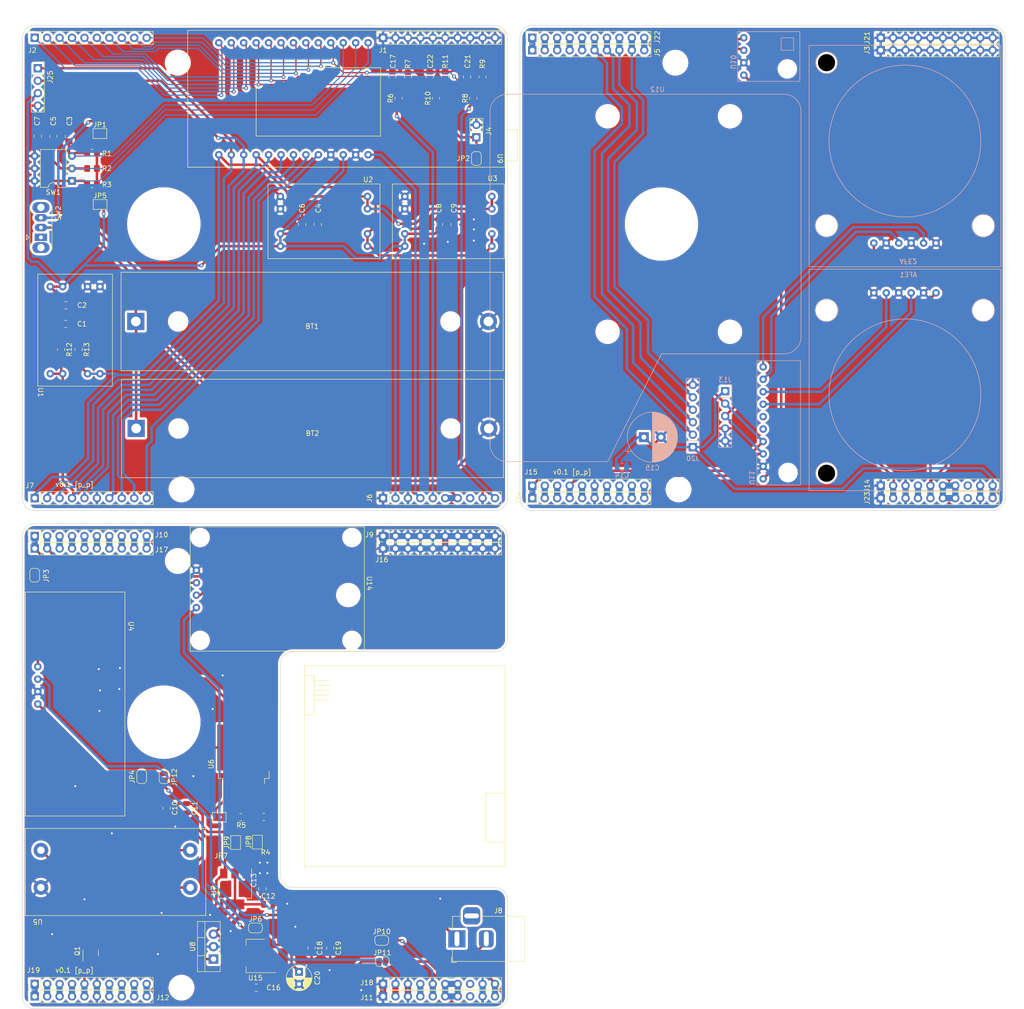
<source format=kicad_pcb>
(kicad_pcb (version 20211014) (generator pcbnew)
  (layers (0 "F.Cu" signal) (31 "B.Cu" signal) (34 "B.Paste" user) (35 "F.Paste" user) (36 "B.SilkS" user "B.Silkscreen") (37 "F.SilkS" user "F.Silkscreen") (38 "B.Mask" user) (39 "F.Mask" user) (44 "Edge.Cuts" user))
  (net 0 "")
  (net 1 "Battery_+")
  (net 2 "GND1")
  (net 3 "+3V3")
  (net 4 "JUMPER1")
  (net 5 "JUMPER2")
  (net 6 "JUMPER3")
  (net 7 "Net-(C10-Pad1)")
  (net 8 "OPC-N3-5V")
  (net 9 "UART_RX")
  (net 10 "UART_TX")
  (net 11 "RESET")
  (net 12 "ADC_BATT")
  (net 13 "SPI_CSK")
  (net 14 "SPI_MISO")
  (net 15 "SPI_MOSI")
  (net 16 "SPI_CS")
  (net 17 "I2C_SDA")
  (net 18 "UART_TXD")
  (net 19 "UART_RXD")
  (net 20 "I2C_SCL")
  (net 21 "5V_en")
  (net 22 "IO19")
  (net 23 "lora2")
  (net 24 "lora1")
  (net 25 "IO26")
  (net 26 "+5V")
  (net 27 "AFE-3.5V")
  (net 29 "Net-(J8-Pad1)")
  (net 30 "Net-(J8-Pad2)")
  (net 32 "Net-(BT1-Pad1)")
  (net 34 "Net-(JP1-Pad1)")
  (net 35 "Net-(JP8-Pad2)")
  (net 36 "Net-(JP9-Pad2)")
  (net 37 "Net-(Q1-Pad3)")
  (net 38 "GND3")
  (net 39 "Net-(AFE1-Pad2)")
  (net 40 "Net-(AFE1-Pad4)")
  (net 41 "Net-(AFE2-Pad2)")
  (net 42 "Net-(AFE2-Pad4)")
  (net 43 "Net-(C12-Pad1)")
  (net 48 "GND2")
  (net 49 "ADC_AFE")
  (net 50 "ADC_OPC-N3")
  (net 51 "Net-(U4-Pad1)")
  (net 52 "Net-(U5-Pad2)")
  (net 56 "Net-(R10-Pad1)")
  (net 57 "Net-(C16-Pad1)")
  (net 58 "Net-(JP7-Pad1)")
  (net 59 "Net-(C18-Pad1)")
  (footprint "Jumper:SolderJumper-2_P1.3mm_Open_RoundedPad1.0x1.5mm" (layer "F.Cu") (at 199.449 73.406 -90)
    (fp_text reference "JP2")
    (fp_text value "SolderJumper_2_Open" hide)
  )
  (footprint "Resistor_SMD:R_0805_2012Metric" (layer "F.Cu") (at 200.719 56.7455 90)
    (fp_text reference "R9")
    (fp_text value "100k")
  )
  (footprint "Connector_PinSocket_2.54mm:PinSocket_1x10_P2.54mm_Vertical" (layer "F.Cu") (at 109.279 150.495 90)
    (fp_text reference "J10")
    (fp_text value "Conn_01x10_Female")
  )
  (footprint "Package_TO_SOT_SMD:SOT-223-3_TabPin2" (layer "F.Cu") (at 150.173 222.529 -90)
    (fp_text reference "U7")
    (fp_text value "LD1117S50TR_SOT223" hide)
  )
  (footprint "Connector_PinSocket_2.54mm:PinSocket_1x02_P2.54mm_Vertical" (layer "F.Cu") (at 199.449 69.088 180)
    (fp_text reference "J4")
    (fp_text value "Batt_wire")
  )
  (footprint "city_node_footprints:SPS30" (layer "F.Cu") (at 187.384 197.665 -90)
    (fp_text reference "U13" hide)
    (fp_text value "SPS30")
  )
  (footprint "Package_TO_SOT_SMD:TO-263-5_TabPin3" (layer "F.Cu") (at 151.951 197.05 90)
    (fp_text reference "U6")
    (fp_text value "59151")
  )
  (footprint "Capacitor_SMD:C_0805_2012Metric_Pad1.18x1.45mm_HandSolder" (layer "F.Cu") (at 167.064 86.868 -90)
    (fp_text reference "C4")
    (fp_text value "C")
  )
  (footprint "Package_TO_SOT_SMD:SOT-23" (layer "F.Cu") (at 120.709 235.585 90)
    (fp_text reference "Q1")
    (fp_text value "Si2319CDS")
  )
  (footprint "Resistor_SMD:R_0805_2012Metric" (layer "F.Cu") (at 193.099 56.6655 90)
    (fp_text reference "R11")
    (fp_text value "100k")
  )
  (footprint "Capacitor_SMD:C_0805_2012Metric" (layer "F.Cu") (at 155.761 222.504 90)
    (fp_text reference "C13")
    (fp_text value "C")
  )
  (footprint "Resistor_SMD:R_0805_2012Metric" (layer "F.Cu") (at 118.237 112.4185 -90)
    (fp_text reference "R13")
    (fp_text value "10k")
  )
  (footprint "Connector_PinSocket_2.54mm:PinSocket_1x10_P2.54mm_Vertical" (layer "F.Cu") (at 180.399 244.475 90)
    (fp_text reference "J11")
    (fp_text value "Conn_01x10_Female" hide)
  )
  (footprint "Connector_PinSocket_2.54mm:PinSocket_1x10_P2.54mm_Vertical" (layer "F.Cu") (at 180.399 48.768 90)
    (fp_text reference "J1")
    (fp_text value "Conn_01x10_Female" hide)
  )
  (footprint "Connector_PinSocket_2.54mm:PinSocket_1x10_P2.54mm_Vertical" (layer "F.Cu") (at 281.999 51.308 90)
    (fp_text reference "J3")
    (fp_text value "Conn_01x10_Female")
  )
  (footprint "Resistor_SMD:R_0805_2012Metric" (layer "F.Cu") (at 191.194 61.1105 90)
    (fp_text reference "R10")
    (fp_text value "100k")
  )
  (footprint "city_node_footprints:MountingHole_4.3mm_M4" (layer "F.Cu") (at 138.489 155.575)
    (fp_text reference "H5" hide)
    (fp_text value "MountingHole")
  )
  (footprint "Connector_PinSocket_2.54mm:PinSocket_1x10_P2.54mm_Vertical" (layer "F.Cu") (at 109.279 153.035 90)
    (fp_text reference "J17")
    (fp_text value "Conn_01x10_Female")
  )
  (footprint "Resistor_SMD:R_0805_2012Metric_Pad1.20x1.40mm_HandSolder" (layer "F.Cu") (at 120.979 78.628 180)
    (fp_text reference "R3")
    (fp_text value "100k")
  )
  (footprint "Connector_PinSocket_2.54mm:PinSocket_1x10_P2.54mm_Vertical" (layer "F.Cu") (at 210.879 48.768 90)
    (fp_text reference "J22")
    (fp_text value "Conn_01x10_Female")
  )
  (footprint "Capacitor_SMD:C_0805_2012Metric_Pad1.18x1.45mm_HandSolder" (layer "F.Cu") (at 115.629 107.188 180)
    (fp_text reference "C1")
    (fp_text value "C")
  )
  (footprint "Connector_PinSocket_2.54mm:PinSocket_1x10_P2.54mm_Vertical" (layer "F.Cu") (at 109.279 142.748 90)
    (fp_text reference "J7")
    (fp_text value "Conn_01x10_Female")
  )
  (footprint "city_node_footprints:LILYGO-LORAWAN" (layer "F.Cu") (at 167.191 62.484 -90)
    (fp_text reference "U9")
    (fp_text value "LILYGO-lorawan")
  )
  (footprint "city_node_footprints:STEP_UP" (layer "F.Cu") (at 127.059 219.075 180)
    (fp_text reference "U5")
    (fp_text value "DC-DC")
  )
  (footprint "Connector_PinSocket_2.54mm:PinSocket_1x10_P2.54mm_Vertical" (layer "F.Cu") (at 109.279 241.935 90)
    (fp_text reference "J19")
    (fp_text value "Conn_01x10_Female" hide)
  )
  (footprint "Jumper:SolderJumper-2_P1.3mm_Open_RoundedPad1.0x1.5mm" (layer "F.Cu") (at 154.349 230.505)
    (fp_text reference "JP6")
    (fp_text value "SolderJumper_2_Open" hide)
  )
  (footprint "Connector_PinSocket_2.54mm:PinSocket_1x10_P2.54mm_Vertical" (layer "F.Cu") (at 109.279 48.768 90)
    (fp_text reference "J2")
    (fp_text value "Conn_01x10_Female")
  )
  (footprint "city_node_footprints:opc-n3-hole" (layer "F.Cu") (at 135.6442 188.4934)
    (fp_text reference "H8" hide)
    (fp_text value "MountingHole" hide)
  )
  (footprint "city_node_footprints:MountingHole_4.3mm_M4" (layer "F.Cu") (at 138.489 53.848)
    (fp_text reference "H3" hide)
    (fp_text value "MountingHole")
  )
  (footprint "Capacitor_SMD:C_0805_2012Metric" (layer "F.Cu") (at 169.604 234.63 -90)
    (fp_text reference "C19")
    (fp_text value "22u")
  )
  (footprint "city_node_footprints:MountingHole_4.3mm_M4" (layer "F.Cu") (at 139.251 140.97)
    (fp_text reference "H4" hide)
    (fp_text value "MountingHole")
  )
  (footprint "city_node_footprints:opc-n3-hole" (layer "F.Cu") (at 135.6442 86.7664)
    (fp_text reference "H7" hide)
    (fp_text value "MountingHole" hide)
  )
  (footprint "Capacitor_SMD:C_0805_2012Metric" (layer "F.Cu") (at 156.965 225.679)
    (fp_text reference "C12")
    (fp_text value "C")
  )
  (footprint "Jumper:SolderJumper-2_P1.3mm_Open_TrianglePad1.0x1.5mm" (layer "F.Cu") (at 150.3 213.069 90)
    (fp_text reference "JP9")
    (fp_text value "SolderJumper_2_Bridged" hide)
  )
  (footprint "Capacitor_SMD:C_0805_2012Metric" (layer "F.Cu") (at 189.924 56.703 90)
    (fp_text reference "C22")
    (fp_text value "10n")
  )
  (footprint "Capacitor_SMD:C_0805_2012Metric" (layer "F.Cu") (at 197.544 56.7455 90)
    (fp_text reference "C21")
    (fp_text value "10n")
  )
  (footprint "Connector_PinSocket_2.54mm:PinSocket_1x10_P2.54mm_Vertical" (layer "F.Cu") (at 109.279 244.475 90)
    (fp_text reference "J12")
    (fp_text value "Conn_01x10_Female" hide)
  )
  (footprint "Capacitor_SMD:C_0805_2012Metric" (layer "F.Cu") (at 182.304 56.708 90)
    (fp_text reference "C17")
    (fp_text value "10n")
  )
  (footprint "Capacitor_SMD:C_0805_2012Metric" (layer "F.Cu") (at 140.267 206.055 -90)
    (fp_text reference "C11")
    (fp_text value "C")
  )
  (footprint "city_node_footprints:DC-DC" (layer "F.Cu") (at 109.914 182.245 -90)
    (fp_text reference "U4")
    (fp_text value "MPPT")
  )
  (footprint "Resistor_SMD:R_0805_2012Metric" (layer "F.Cu") (at 156.0385 207.845 180)
    (fp_text reference "R4")
    (fp_text value "R")
  )
  (footprint "Connector_PinSocket_2.54mm:PinSocket_1x10_P2.54mm_Vertical" (layer "F.Cu") (at 210.879 142.748 90)
    (fp_text reference "J24")
    (fp_text value "Conn_01x10_Female")
  )
  (footprint "city_node_footprints:MountingHole_4.3mm_M4" (layer "F.Cu") (at 240.089 53.848)
    (fp_text reference "H1" hide)
    (fp_text value "MountingHole")
  )
  (footprint "Resistor_SMD:R_0805_2012Metric" (layer "F.Cu") (at 185.479 56.7455 90)
    (fp_text reference "R7")
    (fp_text value "100k")
  )
  (footprint "Jumper:SolderJumper-2_P1.3mm_Open_RoundedPad1.0x1.5mm" (layer "F.Cu") (at 180.13 233.045)
    (fp_text reference "JP10")
    (fp_text value "SolderJumper_2_Open")
  )
  (footprint "city_node_footprints:REVISION" (layer "F.Cu") (at 224.849 194.31)
    (fp_text reference "U16" hide)
    (fp_text value "REVISION" hide)
  )
  (footprint "city_node_footprints:MountingHole_4.3mm_M4" (layer "F.Cu") (at 240.724 140.97)
    (fp_text reference "H2" hide)
    (fp_text value "MountingHole")
  )
  (footprint "Capacitor_SMD:C_0805_2012Metric_Pad1.18x1.45mm_HandSolder" (layer "F.Cu") (at 109.914 68.8705 90)
    (fp_text reference "C7")
    (fp_text value "10n")
  )
  (footprint "Jumper:SolderJumper-2_P1.3mm_Open_RoundedPad1.0x1.5mm" (layer "F.Cu") (at 180.257 237.363)
    (fp_text reference "JP11")
    (fp_text value "SolderJumper_2_Open")
  )
  (footprint "Connector_PinSocket_2.54mm:PinSocket_1x10_P2.54mm_Vertical" (layer "F.Cu") (at 180.399 153.035 90)
    (fp_text reference "J16")
    (fp_text value "Conn_01x10_Female" hide)
  )
  (footprint "city_node_footprints:REVISION" (layer "F.Cu") (at 227.849 194.31)
    (fp_text reference "U17" hide)
    (fp_text value "REVISION" hide)
  )
  (footprint "Capacitor_SMD:C_0805_2012Metric_Pad1.18x1.45mm_HandSolder" (layer "F.Cu") (at 116.264 68.8705 90)
    (fp_text reference "C3")
    (fp_text value "10n")
  )
  (footprint "Package_DIP:DIP-6_W7.62mm" (layer "F.Cu") (at 116.889 77.978 180)
    (fp_text reference "SW1")
    (fp_text value "SW_DIP_x03")
  )
  (footprint "Resistor_SMD:R_0805_2012Metric" (layer "F.Cu") (at 198.814 61.1105 90)
    (fp_text reference "R8")
    (fp_text value "100k")
  )
  (footprint "Jumper:SolderJumper-2_P1.3mm_Open_RoundedPad1.0x1.5mm" (layer "F.Cu") (at 135.695 199.644 -90)
    (fp_text reference "JP12")
    (fp_text value "SolderJumper_2_Open")
  )
  (footprint "Capacitor_SMD:C_0805_2012Metric_Pad1.18x1.45mm_HandSolder" (layer "F.Cu") (at 113.089 68.8705 90)
    (fp_text reference "C5")
    (fp_text value "10n")
  )
  (footprint "Connector_PinSocket_2.54mm:PinSocket_1x10_P2.54mm_Vertical" (layer "F.Cu") (at 180.399 241.935 90)
    (fp_text reference "J18")
    (fp_text value "Conn_01x10_Female" hide)
  )
  (footprint "Battery:BatteryHolder_MPD_BH-18650-PC2" (layer "F.Cu") (at 129.921 106.68)
    (fp_text reference "BT1")
    (fp_text value "Battery_Cell")
  )
  (footprint "Resistor_SMD:R_0805_2012Metric" (layer "F.Cu") (at 114.681 112.4185 -90)
    (fp_text reference "R12")
    (fp_text value "10k")
  )
  (footprint "Jumper:SolderJumper-2_P1.3mm_Open_TrianglePad1.0x1.5mm" (layer "F.Cu") (at 146.9588 207.899)
    (fp_text reference "JP7")
    (fp_text value "SolderJumper_2_Bridged" hide)
  )
  (footprint "Battery:BatteryHolder_MPD_BH-18650-PC2" (layer "F.Cu") (at 129.989 128.524)
    (fp_text reference "BT2")
    (fp_text value "Battery_Cell")
  )
  (footprint "Connector_PinSocket_2.54mm:PinSocket_1x10_P2.54mm_Vertical" (layer "F.Cu") (at 281.999 48.768 90)
    (fp_text reference "J21")
    (fp_text value "Conn_01x10_Female")
  )
  (footprint "Capacitor_SMD:C_0805_2012Metric" (layer "F.Cu") (at 136.203 206.055 -90)
    (fp_text reference "C10")
    (fp_text value "C")
  )
  (footprint "Package_TO_SOT_THT:TO-220-3_Vertical" (layer "F.Cu") (at 145.784 236.855 90)
    (fp_text reference "U8")
    (fp_text value "LF50_TO220")
  )
  (footprint "Jumper:SolderJumper-2_P1.3mm_Bridged_Pad1.0x1.5mm" (layer "F.Cu") (at 122.599 68.326)
    (fp_text reference "JP1")
    (fp_text value "SolderJumper_2_Bridged" hide)
  )
  (footprint "Capacitor_SMD:C_0805_2012Metric" (layer "F.Cu") (at 165.794 234.63 -90)
    (fp_text reference "C18")
    (fp_text value "100n")
  )
  (footprint "Resistor_SMD:R_0805_2012Metric_Pad1.20x1.40mm_HandSolder" (layer "F.Cu") (at 120.979 72.278 180)
    (fp_text reference "R1")
    (fp_text value "100k")
  )
  (footprint "Capacitor_SMD:C_0805_2012Metric_Pad1.18x1.45mm_HandSolder" (layer "F.Cu") (at 195.004 86.868 -90)
    (fp_text reference "C9")
    (fp_text value "C")
  )
  (footprint "Resistor_SMD:R_0805_2012Metric" (layer "F.Cu") (at 183.574 61.1105 90)
    (fp_text reference "R6")
    (fp_text value "100k")
  )
  (footprint "Jumper:SolderJumper-2_P1.3mm_Open_RoundedPad1.0x1.5mm" (layer "F.Cu") (at 131.123 199.629 -90)
    (fp_text reference "JP4")
    (fp_text value "SolderJumper_2_Open" hide)
  )
  (footprint "Connector_PinSocket_2.54mm:PinSocket_1x10_P2.54mm_Vertical" (layer "F.Cu") (at 180.399 142.748 90)
    (fp_text reference "J6")
    (fp_text value "Conn_01x10_Female" hide)
  )
  (footprint "Capacitor_SMD:C_0805_2012Metric_Pad1.18x1.45mm_HandSolder" (layer "F.Cu") (at 163.889 86.868 -90)
    (fp_text reference "C6")
    (fp_text value "C")
  )
  (footprint "Resistor_SMD:R_0805_2012Metric" (layer "F.Cu") (at 151.3395 207.899)
    (fp_text reference "R5")
    (fp_text value "R")
  )
  (footprint "Button_Switch_THT:SW_Slide_1P2T_CK_OS102011MS2Q" (layer "F.Cu") (at 110.549 89.503 90)
    (fp_text reference "SW2")
    (fp_text value "SW_SPDT")
  )
  (footprint "Capacitor_SMD:C_0805_2012Metric_Pad1.18x1.45mm_HandSolder" (layer "F.Cu") (at 115.629 103.378 180)
    (fp_text reference "C2")
    (fp_text value "C")
  )
  (footprint "city_node_footprints:Sensor_module" (layer "F.Cu") (at 193.734 85.098)
    (fp_text reference "U3")
    (fp_text value "Sensor_socket")
  )
  (footprint "city_node_footprints:MountingHole_4.3mm_M4" (layer "F.Cu") (at 139.251 242.697)
    (fp_text reference "H6" hide)
    (fp_text value "MountingHole")
  )
  (footprint "city_node_footprints:Sensor_module" (layer "F.Cu") (at 168.334 85.098)
    (fp_text reference "U2")
    (fp_text value "Sensor_socket")
  )
  (footprint "city_node_footprints:NEO-6M-mod" (layer "F.Cu") (at 158.799 162.56 -90)
    (fp_text reference "U14")
    (fp_text value "NEO-6M")
  )
  (footprint "Jumper:SolderJumper-2_P1.3mm_Open_Pad1.0x1.5mm" (layer "F.Cu") (at 122.629 82.804)
    (fp_text reference "JP5")
    (fp_text value "SolderJumper_2_Open" hide)
  )
  (footprint "Resistor_SMD:R_0805_2012Metric_Pad1.20x1.40mm_HandSolder" (layer "F.Cu") (at 120.979 75.453 180)
    (fp_text reference "R2")
    (fp_text value "100k")
  )
  (footprint "city_node_footprints:Sensor_module" (layer "F.Cu") (at 118.669 108.458 -90)
    (fp_text reference "U1")
    (fp_text value "Sensor_socket")
  )
  (footprint "city_node_footprints:REVISION" (layer "F.Cu") (at 226.349 194.31)
    (fp_text reference "U18" hide)
    (fp_text value "REVISION" hide)
  )
  (footprint "Connector_PinSocket_2.54mm:PinSocket_1x10_P2.54mm_Vertical" (layer "F.Cu") (at 281.999 142.748 90)
    (fp_text reference "J23")
    (fp_text value "Conn_01x10_Female")
  )
  (footprint "Connector_PinSocket_2.54mm:PinSocket_1x04_P2.54mm_Vertical" (layer "F.Cu") (at 109.914 54.991)
    (fp_text reference "J25")
    (fp_text value "Conn_01x04_Female")
  )
  (footprint "Capacitor_SMD:C_0805_2012Metric_Pad1.18x1.45mm_HandSolder" (layer "F.Cu") (at 191.829 86.868 -90)
    (fp_text reference "C8")
    (fp_text value "C")
  )
  (footprint "Jumper:SolderJumper-2_P1.3mm_Open_TrianglePad1.0x1.5mm" (layer "F.Cu") (at 154.745 212.979 90)
    (fp_text reference "JP8")
    (fp_text value "SolderJumper_2_Bridged" hide)
  )
  (footprint "Connector_PinSocket_2.54mm:PinSocket_1x10_P2.54mm_Vertical" (layer "F.Cu") (at 281.999 140.183 90)
    (fp_text reference "J14")
    (fp_text value "Conn_01x10_Female" hide)
  )
  (footprint "Connector_PinSocket_2.54mm:PinSocket_1x10_P2.54mm_Vertical" (layer "F.Cu") (at 210.879 51.308 90)
    (fp_text reference "J5")
    (fp_text value "Conn_01x10_Female")
  )
  (footprint "Capacitor_THT:CP_Radial_D5.0mm_P2.50mm" (layer "F.Cu") (at 163.254 239.459888 -90)
    (fp_text reference "C20")
    (fp_text value "470u")
  )
  (footprint "Capacitor_SMD:C_0805_2012Metric" (layer "F.Cu") (at 154.491 242.697)
    (fp_text reference "C16")
    (fp_text value "100n")
  )
  (footprint "Package_TO_SOT_SMD:SOT-223" (layer "F.Cu") (at 154.339 236.22 180)
    (fp_text reference "U15")
    (fp_text value "XC6203P352FR-G_")
  )
  (footprint "Jumper:SolderJumper-2_P1.3mm_Open_RoundedPad1.0x1.5mm" (layer "F.Cu") (at 109.279 158.481 -90)
    (fp_text reference "JP3")
    (fp_text value "SolderJumper_2_Open" hide)
  )
  (footprint "Connector_BarrelJack:BarrelJack_Horizontal" (layer "F.Cu") (at 195.481 232.7325 180)
    (fp_text reference "J8")
    (fp_text value "Barrel_Jack_Switch" hide)
  )
  (footprint "Connector_PinSocket_2.54mm:PinSocket_1x10_P2.54mm_Vertical" (layer "F.Cu") (at 180.399 150.495 90)
    (fp_text reference "J9")
    (fp_text value "Conn_01x10_Female" hide)
  )
  (footprint "Connector_PinSocket_2.54mm:PinSocket_1x10_P2.54mm_Vertical" (layer "F.Cu") (at 210.879 140.208 90)
    (fp_text reference "J15")
    (fp_text value "Conn_01x10_Female")
  )
  (footprint "Capacitor_THT:CP_Radial_D10.0mm_P3.50mm" (layer "B.Cu") (at 233.645323 130.302)
    (fp_text reference "C15")
    (fp_text value "470u")
  )
  (footprint "Connector_PinHeader_2.54mm:PinHeader_1x05_P2.54mm_Vertical" (layer "B.Cu") (at 250.249 120.909 180)
    (fp_text reference "J13")
    (fp_text value "Conn_01x05_Female")
  )
  (footprint "city_node_footprints:Alphasense_AFE_6pin-LEFT" (layer "B.Cu") (at 286.952 90.678 180)
    (fp_text reference "AFE1")
    (fp_text value "Alphasense_AFE_6pin")
  )
  (footprint "city_node_footprints:opc-n3" (layer "B.Cu") (at 236.743 109.29 90)
    (fp_text reference "U12")
    (fp_text value "OPC_N3")
  )
  (footprint "city_node_footprints:Alphasense_AFE_6pin-RIGHT" (layer "B.Cu") (at 286.952 100.838)
    (fp_text reference "AFE2")
    (fp_text value "Alphasense_AFE_6pin")
  )
  (footprint "Capacitor_SMD:C_0805_2012Metric" (layer "B.Cu") (at 229.167 136.398)
    (fp_text reference "C14")
    (fp_text value "100n")
  )
  (footprint "city_node_footprints:ADS1115-module" (layer "B.Cu") (at 261.044 127.381 90)
    (fp_text reference "U11")
    (fp_text value "ADS1115_module")
  )
  (footprint "city_node_footprints:BME280-module" (layer "B.Cu") (at 254.059 51.308 90)
    (fp_text reference "U10")
    (fp_text value "BME280_module")
  )
  (footprint "Connector_PinHeader_2.54mm:PinHeader_1x06_P2.54mm_Vertical" (layer "B.Cu") (at 243.645 132.334)
    (fp_text reference "J20")
    (fp_text value "Conn_01x06_Female")
  )
  (gr_line (start 208.339 142.748) (end 208.339 48.768) (layer "Edge.Cuts") (width 0.1))
  (gr_arc (start 203.259 222.25) (mid 205.055051 222.993949) (end 205.799 224.79) (layer "Edge.Cuts") (width 0.1))
  (gr_line (start 205.799 142.748) (end 205.799 49.022) (layer "Edge.Cuts") (width 0.1))
  (gr_line (start 161.984 222.25) (end 203.259 222.25) (layer "Edge.Cuts") (width 0.1))
  (gr_arc (start 208.339 48.768) (mid 209.082949 46.971949) (end 210.879 46.228) (layer "Edge.Cuts") (width 0.1))
  (gr_arc (start 205.799 244.475) (mid 205.055051 246.271051) (end 203.259 247.015) (layer "Edge.Cuts") (width 0.1))
  (gr_line (start 304.859 145.288) (end 210.879 145.288) (layer "Edge.Cuts") (width 0.1))
  (gr_line (start 109.279 247.015) (end 203.259 247.015) (layer "Edge.Cuts") (width 0.1))
  (gr_line (start 203.005 46.228) (end 109.279 46.228) (layer "Edge.Cuts") (width 0.1))
  (gr_line (start 203.005 147.955) (end 109.279 147.955) (layer "Edge.Cuts") (width 0.1))
  (gr_line (start 210.879 46.228) (end 304.605 46.228) (layer "Edge.Cuts") (width 0.1))
  (gr_line (start 307.399 49.022) (end 307.399 142.748) (layer "Edge.Cuts") (width 0.1))
  (gr_arc (start 106.739 48.768) (mid 107.482949 46.971949) (end 109.279 46.228) (layer "Edge.Cuts") (width 0.1))
  (gr_line (start 205.799 150.749) (end 205.799 171.558949) (layer "Edge.Cuts") (width 0.1))
  (gr_arc (start 203.005 46.228) (mid 204.980656 47.046344) (end 205.799 49.022) (layer "Edge.Cuts") (width 0.1))
  (gr_line (start 106.739 150.495) (end 106.739 244.475) (layer "Edge.Cuts") (width 0.1))
  (gr_arc (start 159.444 176.638949) (mid 160.187949 174.842898) (end 161.984 174.098949) (layer "Edge.Cuts") (width 0.1))
  (gr_arc (start 307.399 142.748) (mid 306.655051 144.544051) (end 304.859 145.288) (layer "Edge.Cuts") (width 0.1))
  (gr_arc (start 161.984 222.25) (mid 160.187949 221.506051) (end 159.444 219.71) (layer "Edge.Cuts") (width 0.1))
  (gr_arc (start 304.605 46.228) (mid 306.580656 47.046344) (end 307.399 49.022) (layer "Edge.Cuts") (width 0.1))
  (gr_line (start 205.799 224.79) (end 205.799 244.475) (layer "Edge.Cuts") (width 0.1))
  (gr_arc (start 203.005 147.955) (mid 204.980656 148.773344) (end 205.799 150.749) (layer "Edge.Cuts") (width 0.1))
  (gr_arc (start 210.879 145.288) (mid 209.082949 144.544051) (end 208.339 142.748) (layer "Edge.Cuts") (width 0.1))
  (gr_arc (start 109.279 247.015) (mid 107.482949 246.271051) (end 106.739 244.475) (layer "Edge.Cuts") (width 0.1))
  (gr_arc (start 106.739 150.495) (mid 107.482949 148.698949) (end 109.279 147.955) (layer "Edge.Cuts") (width 0.1))
  (gr_line (start 159.444 176.638949) (end 159.444 219.71) (layer "Edge.Cuts") (width 0.1))
  (gr_arc (start 109.279 145.288) (mid 107.482949 144.544051) (end 106.739 142.748) (layer "Edge.Cuts") (width 0.1))
  (gr_line (start 109.279 145.288) (end 203.259 145.288) (layer "Edge.Cuts") (width 0.1))
  (gr_line (start 106.739 48.768) (end 106.739 142.748) (layer "Edge.Cuts") (width 0.1))
  (gr_arc (start 205.799 142.748) (mid 205.055051 144.544051) (end 203.259 145.288) (layer "Edge.Cuts") (width 0.1))
  (gr_arc (start 205.799 171.558949) (mid 205.055051 173.355) (end 203.259 174.098949) (layer "Edge.Cuts") (width 0.1))
  (gr_line (start 203.259 174.098949) (end 161.984 174.098949) (layer "Edge.Cuts") (width 0.1))
  (segment (start 121.979 65.786) (end 120.455 65.786) (width 0.508) (layer "F.Cu") (net 1))
  (segment (start 123.249 67.056) (end 121.979 65.786) (width 0.508) (layer "F.Cu") (net 1))
  (segment (start 197.544 100.203) (end 197.544 134.493) (width 0.508) (layer "F.Cu") (net 1))
  (segment (start 135.314 110.871) (end 135.314 101.346) (width 0.508) (layer "F.Cu") (net 1))
  (segment (start 199.449 75.184) (end 201.227 76.962) (width 0.508) (layer "F.Cu") (net 1))
  (segment (start 131.123 198.979) (end 124.108 198.979) (width 0.508) (layer "F.Cu") (net 1))
  (segment (start 193.988 139.192) (end 163.635 139.192) (width 0.508) (layer "F.Cu") (net 1))
  (segment (start 123.249 68.326) (end 123.249 67.056) (width 0.508) (layer "F.Cu") (net 1))
  (segment (start 193.988 139.192) (end 193.988 141.097) (width 0.508) (layer "F.Cu") (net 1))
  (segment (start 197.544 134.493) (end 193.988 138.049) (width 0.508) (layer "F.Cu") (net 1))
  (segment (start 135.314 101.346) (end 119.471 85.503) (width 0.508) (layer "F.Cu") (net 1))
  (segment (start 119.471 85.503) (end 110.549 85.503) (width 0.508) (layer "F.Cu") (net 1))
  (segment (start 202.751 76.962) (end 204.529 78.74) (width 0.508) (layer "F.Cu") (net 1))
  (segment (start 193.988 141.097) (end 195.639 142.748) (width 0.508) (layer "F.Cu") (net 1))
  (segment (start 204.529 78.74) (end 204.529 93.218) (width 0.508) (layer "F.Cu") (net 1))
  (segment (start 120.455 65.786) (end 120.201 66.04) (width 0.508) (layer "F.Cu") (net 1))
  (segment (start 163.635 139.192) (end 135.314 110.871) (width 0.508) (layer "F.Cu") (net 1))
  (segment (start 204.529 93.218) (end 197.544 100.203) (width 0.508) (layer "F.Cu") (net 1))
  (segment (start 201.227 76.962) (end 202.751 76.962) (width 0.508) (layer "F.Cu") (net 1))
  (segment (start 131.123 198.979) (end 135.68 198.979) (width 0.508) (layer "F.Cu") (net 1))
  (segment (start 124.108 198.979) (end 109.914 184.785) (width 0.508) (layer "F.Cu") (net 1))
  (segment (start 193.988 138.049) (end 193.988 139.192) (width 0.508) (layer "F.Cu") (net 1))
  (segment (start 199.449 74.056) (end 199.449 75.184) (width 0.508) (layer "F.Cu") (net 1))
  (segment (start 135.68 198.979) (end 135.695 198.994) (width 0.508) (layer "F.Cu") (net 1))
  (via (at 120.201 66.04) (size 0.8) (drill 0.4) (layers "F.Cu" "B.Cu") (net 1))
  (segment (start 193.099 241.935) (end 195.639 241.935) (width 1.27) (layer "B.Cu") (net 1))
  (segment (start 110.549 85.503) (end 113.438 85.503) (width 0.508) (layer "B.Cu") (net 1))
  (segment (start 297.239 140.183) (end 297.239 142.748) (width 1.27) (layer "B.Cu") (net 1))
  (segment (start 193.099 241.935) (end 193.099 244.475) (width 1.27) (layer "B.Cu") (net 1))
  (segment (start 294.699 142.748) (end 297.239 142.748) (width 1.27) (layer "B.Cu") (net 1))
  (segment (start 294.699 140.183) (end 294.699 142.748) (width 1.27) (layer "B.Cu") (net 1))
  (segment (start 114.105 72.136) (end 120.201 66.04) (width 0.508) (layer "B.Cu") (net 1))
  (segment (start 193.099 142.748) (end 195.639 142.748) (width 1.27) (layer "B.Cu") (net 1))
  (segment (start 113.438 85.503) (end 114.105 84.836) (width 0.508) (layer "B.Cu") (net 1))
  (segment (start 294.699 140.183) (end 297.239 140.183) (width 1.27) (layer "B.Cu") (net 1))
  (segment (start 114.105 84.836) (end 114.105 72.136) (width 0.508) (layer "B.Cu") (net 1))
  (segment (start 195.639 241.935) (end 195.639 244.475) (width 1.27) (layer "B.Cu") (net 1))
  (segment (start 195.639 244.475) (end 193.099 244.475) (width 1.27) (layer "B.Cu") (net 1))
  (segment (start 113.089 67.833) (end 109.914 67.833) (width 0.508) (layer "F.Cu") (net 2))
  (segment (start 116.264 67.833) (end 113.089 67.833) (width 0.508) (layer "F.Cu") (net 2))
  (segment (start 108.517 71.12) (end 108.517 68.58) (width 0.508) (layer "F.Cu") (net 2))
  (segment (start 108.517 68.58) (end 109.264 67.833) (width 0.508) (layer "F.Cu") (net 2))
  (segment (start 109.269 71.872) (end 108.517 71.12) (width 0.508) (layer "F.Cu") (net 2))
  (segment (start 109.269 72.898) (end 109.269 71.872) (width 0.508) (layer "F.Cu") (net 2))
  (segment (start 109.264 67.833) (end 109.914 67.833) (width 0.508) (layer "F.Cu") (net 2))
  (via (at 188.781 90.805) (size 0.8) (drill 0.4) (layers "F.Cu" "B.Cu") (net 2))
  (via (at 198.941 87.884) (size 0.8) (drill 0.4) (layers "F.Cu" "B.Cu") (net 2))
  (via (at 198.941 85.852) (size 0.8) (drill 0.4) (layers "F.Cu" "B.Cu") (net 2))
  (via (at 198.941 90.17) (size 0.8) (drill 0.4) (layers "F.Cu" "B.Cu") (net 2))
  (via (at 193.607 90.424) (size 0.8) (drill 0.4) (layers "F.Cu" "B.Cu") (net 2))
  (segment (start 163.0215 88.773) (end 163.889 87.9055) (width 0.508) (layer "F.Cu") (net 3))
  (segment (start 114.681 111.506) (end 114.681 107.2775) (width 0.508) (layer "F.Cu") (net 3))
  (segment (start 284.666 138.557) (end 284.666 140.056) (width 0.508) (layer "F.Cu") (net 3))
  (segment (start 163.889 87.9055) (end 167.064 87.9055) (width 0.508) (layer "F.Cu") (net 3))
  (segment (start 190.9615 88.773) (end 191.829 87.9055) (width 0.508) (layer "F.Cu") (net 3))
  (segment (start 258.004 138.811) (end 261.687 135.128) (width 0.508) (layer "F.Cu") (net 3))
  (segment (start 112.454 99.568) (end 114.5915 101.7055) (width 0.508) (layer "F.Cu") (net 3))
  (segment (start 159.444 88.773) (end 163.0215 88.773) (width 0.508) (layer "F.Cu") (net 3))
  (segment (start 114.681 111.506) (end 118.237 111.506) (width 0.508) (layer "F.Cu") (net 3))
  (segment (start 114.681 107.2775) (end 114.5915 107.188) (width 0.508) (layer "F.Cu") (net 3))
  (segment (start 281.237 135.128) (end 284.666 138.557) (width 0.508) (layer "F.Cu") (net 3))
  (segment (start 258.004 138.811) (end 261.679 135.136) (width 0.508) (layer "F.Cu") (net 3))
  (segment (start 159.444 91.313) (end 147.252 91.313) (width 0.508) (layer "F.Cu") (net 3))
  (segment (start 284.666 140.056) (end 284.539 140.183) (width 0.508) (layer "F.Cu") (net 3))
  (segment (start 191.829 87.9055) (end 195.004 87.9055) (width 0.508) (layer "F.Cu") (net 3))
  (segment (start 123.376 84.709) (end 123.376 82.901) (width 0.508) (layer "F.Cu") (net 3))
  (segment (start 261.679 135.136) (end 261.679 64.008) (width 0.508) (layer "F.Cu") (net 3))
  (segment (start 261.679 64.008) (end 254.059 56.388) (width 0.508) (layer "F.Cu") (net 3))
  (segment (start 114.5915 107.188) (end 114.5915 103.378) (width 0.508) (layer "F.Cu") (net 3))
  (segment (start 261.687 135.128) (end 281.237 135.128) (width 0.508) (layer "F.Cu") (net 3))
  (segment (start 147.252 91.313) (end 143.315 95.25) (width 0.508) (layer "F.Cu") (net 3))
  (segment (start 112.454 99.568) (end 114.994 99.568) (width 0.508) (layer "F.Cu") (net 3))
  (segment (start 182.939 241.935) (end 182.939 244.475) (width 1.27) (layer "F.Cu") (net 3))
  (segment (start 184.844 88.773) (end 190.9615 88.773) (width 0.508) (layer "F.Cu") (net 3))
  (segment (start 114.5915 101.7055) (end 114.5915 103.378) (width 0.508) (layer "F.Cu") (net 3))
  (segment (start 123.376 82.901) (end 123.279 82.804) (width 0.508) (layer "F.Cu") (net 3))
  (via (at 143.315 95.25) (size 0.8) (drill 0.4) (layers "F.Cu" "B.Cu") (net 3))
  (via (at 123.376 84.709) (size 0.8) (drill 0.4) (layers "F.Cu" "B.Cu") (net 3))
  (segment (start 174.811 93.726) (end 180.145 93.726) (width 0.508) (layer "B.Cu") (net 3))
  (segment (start 182.939 93.218) (end 184.844 91.313) (width 0.508) (layer "B.Cu") (net 3))
  (segment (start 108.136 61.849) (end 107.882 61.849) (width 0.508) (layer "B.Cu") (net 3))
  (segment (start 183.066 240.157) (end 179.891 236.982) (width 0.508) (layer "B.Cu") (net 3))
  (segment (start 157.0818 226.4918) (end 146.998 216.408) (width 0.508) (layer "B.Cu") (net 3))
  (segment (start 172.398 91.313) (end 174.811 93.726) (width 0.508) (layer "B.Cu") (net 3))
  (segment (start 182.558 91.313) (end 184.844 91.313) (width 0.508) (layer "B.Cu") (net 3))
  (segment (start 109.914 94.488) (end 108.644 94.488) (width 0.508) (layer "B.Cu") (net 3))
  (segment (start 157.9962 226.4918) (end 157.0818 226.4918) (width 0.508) (layer "B.Cu") (net 3))
  (segment (start 159.444 91.313) (end 172.398 91.313) (width 0.508) (layer "B.Cu") (net 3))
  (segment (start 146.998 216.408) (end 146.998 181.61) (width 0.508) (layer "B.Cu") (net 3))
  (segment (start 146.998 181.61) (end 139.759 174.371) (width 0.508) (layer "B.Cu") (net 3))
  (segment (start 119.312 95.25) (end 114.994 99.568) (width 0.508) (layer "B.Cu") (net 3))
  (segment (start 109.914 60.071) (end 108.136 61.849) (width 0.508) (layer "B.Cu") (net 3))
  (segment (start 184.844 88.773) (end 184.844 91.313) (width 0.508) (layer "B.Cu") (net 3))
  (segment (start 114.994 99.568) (end 109.914 94.488) (width 0.508) (layer "B.Cu") (net 3))
  (segment (start 157.9962 233.7562) (end 157.9962 226.4918) (width 0.508) (layer "B.Cu") (net 3))
  (segment (start 179.891 236.982) (end 161.222 236.982) (width 0.508) (layer "B.Cu") (net 3))
  (segment (start 180.145 93.726) (end 182.558 91.313) (width 0.508) (layer "B.Cu") (net 3))
  (segment (start 172.271 75.946) (end 159.444 88.773) (width 0.508) (layer "B.Cu") (net 3))
  (segment (start 182.939 244.5258) (end 182.939 244.475) (width 0.508) (layer "B.Cu") (net 3))
  (segment (start 139.759 174.371) (end 139.759 167.64) (width 0.508) (layer "B.Cu") (net 3))
  (segment (start 161.222 236.982) (end 157.9962 233.7562) (width 0.508) (layer "B.Cu") (net 3))
  (segment (start 172.271 72.644) (end 172.271 75.946) (width 0.508) (layer "B.Cu") (net 3))
  (segment (start 139.759 167.64) (end 142.299 165.1) (width 0.508) (layer "B.Cu") (net 3))
  (segment (start 182.939 142.748) (end 182.939 93.218) (width 0.508) (layer "B.Cu") (net 3))
  (segment (start 107.882 61.849) (end 107.882 93.726) (width 0.508) (layer "B.Cu") (net 3))
  (segment (start 183.066 241.808) (end 183.066 240.157) (width 0.508) (layer "B.Cu") (net 3))
  (segment (start 284.539 140.183) (end 284.539 142.748) (width 1.27) (layer "B.Cu") (net 3))
  (segment (start 182.939 241.935) (end 183.066 241.808) (width 0.508) (layer "B.Cu") (net 3))
  (segment (start 143.315 95.25) (end 119.312 95.25) (width 0.508) (layer "B.Cu") (net 3))
  (segment (start 107.882 93.726) (end 108.644 94.488) (width 0.508) (layer "B.Cu") (net 3))
  (segment (start 114.994 99.568) (end 123.376 91.186) (width 0.508) (layer "B.Cu") (net 3))
  (segment (start 159.444 88.773) (end 159.444 91.313) (width 0.508) (layer "B.Cu") (net 3))
  (segment (start 123.376 91.186) (end 123.376 84.709) (width 0.508) (layer "B.Cu") (net 3))
  (segment (start 116.264 69.908) (end 116.264 72.273) (width 0.508) (layer "F.Cu") (net 4))
  (segment (start 116.264 72.273) (end 116.889 72.898) (width 0.508) (layer "F.Cu") (net 4))
  (segment (start 119.979 72.278) (end 117.509 72.278) (width 0.508) (layer "F.Cu") (net 4))
  (segment (start 117.509 72.278) (end 116.889 72.898) (width 0.508) (layer "F.Cu") (net 4))
  (segment (start 172.271 56.134) (end 172.271 49.784) (width 0.254) (layer "B.Cu") (net 4))
  (segment (start 116.889 72.898) (end 125.408 72.898) (width 0.254) (layer "B.Cu") (net 4))
  (segment (start 125.408 72.898) (end 135.822 62.484) (width 0.254) (layer "B.Cu") (net 4))
  (segment (start 165.921 62.484) (end 172.271 56.134) (width 0.254) (layer "B.Cu") (net 4))
  (segment (start 135.822 62.484) (end 165.921 62.484) (width 0.254) (layer "B.Cu") (net 4))
  (segment (start 119.964 75.438) (end 119.979 75.453) (width 0.508) (layer "F.Cu") (net 5))
  (segment (start 116.889 75.438) (end 114.613 75.438) (width 0.508) (layer "F.Cu") (net 5))
  (segment (start 114.613 75.438) (end 113.089 73.914) (width 0.508) (layer "F.Cu") (net 5))
  (segment (start 116.889 75.438) (end 119.964 75.438) (width 0.508) (layer "F.Cu") (net 5))
  (segment (start 113.089 73.914) (end 113.089 69.908) (width 0.508) (layer "F.Cu") (net 5))
  (segment (start 166.175 63.5) (end 174.811 54.864) (width 0.254) (layer "B.Cu") (net 5))
  (segment (start 174.811 54.864) (end 174.811 49.784) (width 0.254) (layer "B.Cu") (net 5))
  (segment (start 116.889 75.438) (end 123.884 75.438) (width 0.254) (layer "B.Cu") (net 5))
  (segment (start 123.884 75.438) (end 135.822 63.5) (width 0.254) (layer "B.Cu") (net 5))
  (segment (start 135.822 63.5) (end 166.175 63.5) (width 0.254) (layer "B.Cu") (net 5))
  (segment (start 111.819 76.962) (end 111.819 72.644) (width 0.508) (layer "F.Cu") (net 6))
  (segment (start 116.889 77.978) (end 119.329 77.978) (width 0.508) (layer "F.Cu") (net 6))
  (segment (start 112.835 77.978) (end 111.819 76.962) (width 0.508) (layer "F.Cu") (net 6))
  (segment (start 116.889 77.978) (end 112.835 77.978) (width 0.508) (layer "F.Cu") (net 6))
  (segment (start 119.329 77.978) (end 119.979 78.628) (width 0.508) (layer "F.Cu") (net 6))
  (segment (start 111.819 72.644) (end 109.914 70.739) (width 0.508) (layer "F.Cu") (net 6))
  (segment (start 109.914 70.739) (end 109.914 69.908) (width 0.508) (layer "F.Cu") (net 6))
  (segment (start 135.949 64.516) (end 166.683 64.516) (width 0.254) (layer "B.Cu") (net 6))
  (segment (start 166.683 64.516) (end 177.351 53.848) (width 0.254) (layer "B.Cu") (net 6))
  (segment (start 122.487 77.978) (end 135.949 64.516) (width 0.254) (layer "B.Cu") (net 6))
  (segment (start 116.889 77.978) (end 122.487 77.978) (width 0.254) (layer "B.Cu") (net 6))
  (segment (start 177.351 53.848) (end 177.351 49.784) (width 0.254) (layer "B.Cu") (net 6))
  (segment (start 143.569 215.9254) (end 142.2482 217.2462) (width 0.508) (layer "F.Cu") (net 7))
  (segment (start 150.2238 205.9178) (end 150.0206 206.121) (width 0.508) (layer "F.Cu") (net 7))
  (segment (start 147.873 219.379) (end 146.363 220.889) (width 0.508) (layer "F.Cu") (net 7))
  (segment (start 138.4382 205.105) (end 138.4382 207.5942) (width 0.508) (layer "F.Cu") (net 7))
  (segment (start 147.7854 208.2546) (end 147.7854 208.1022) (width 0.508) (layer "F.Cu") (net 7))
  (segment (start 149.1062 206.375) (end 149.1062 207.645) (width 0.508) (layer "F.Cu") (net 7))
  (segment (start 149.3602 206.121) (end 149.1062 206.375) (width 0.508) (layer "F.Cu") (net 7))
  (segment (start 138.4382 205.105) (end 140.267 205.105) (width 0.508) (layer "F.Cu") (net 7))
  (segment (start 113.1652 217.2462) (end 110.549 214.63) (width 0.508) (layer "F.Cu") (net 7))
  (segment (start 148.141 219.111) (end 148.141 210.693) (width 0.508) (layer "F.Cu") (net 7))
  (segment (start 150.251 202.825) (end 150.2238 202.8522) (width 0.508) (layer "F.Cu") (net 7))
  (segment (start 149.1062 207.645) (end 148.141 208.6102) (width 0.508) (layer "F.Cu") (net 7))
  (segment (start 142.2482 217.2462) (end 113.1652 217.2462) (width 0.508) (layer "F.Cu") (net 7))
  (segment (start 141.029 227.457) (end 141.029 235.077) (width 0.508) (layer "F.Cu") (net 7))
  (segment (start 142.807 236.855) (end 145.784 236.855) (width 0.508) (layer "F.Cu") (net 7))
  (segment (start 141.2322 205.105) (end 143.569 207.4418) (width 0.508) (layer "F.Cu") (net 7))
  (segment (start 148.141 208.6102) (end 147.7854 208.2546) (width 0.508) (layer "F.Cu") (net 7))
  (segment (start 140.267 205.105) (end 141.2322 205.105) (width 0.508) (layer "F.Cu") (net 7))
  (segment (start 143.569 209.8294) (end 144.6358 210.8962) (width 0.508) (layer "F.Cu") (net 7))
  (segment (start 148.141 210.693) (end 148.141 208.6102) (width 0.508) (layer "F.Cu") (net 7))
  (segment (start 150.0206 206.121) (end 149.3602 206.121) (width 0.508) (layer "F.Cu") (net 7))
  (segment (start 138.4382 207.5942) (end 143.569 212.725) (width 0.508) (layer "F.Cu") (net 7))
  (segment (start 143.569 212.725) (end 143.569 215.9254) (width 0.508) (layer "F.Cu") (net 7))
  (segment (start 136.203 205.105) (end 138.4382 205.105) (width 0.508) (layer "F.Cu") (net 7))
  (segment (start 146.363 220.889) (end 146.363 225.679) (width 0.508) (layer "F.Cu") (net 7))
  (segment (start 145.601 226.441) (end 142.045 226.441) (width 0.508) (layer "F.Cu") (net 7))
  (segment (start 142.045 226.441) (end 141.029 227.457) (width 0.508) (layer "F.Cu") (net 7))
  (segment (start 150.2238 202.8522) (end 150.2238 205.9178) (width 0.508) (layer "F.Cu") (net 7))
  (segment (start 141.029 235.077) (end 142.807 236.855) (width 0.508) (layer "F.Cu") (net 7))
  (segment (start 147.873 219.379) (end 148.141 219.111) (width 0.508) (layer "F.Cu") (net 7))
  (segment (start 146.363 225.679) (end 145.601 226.441) (width 0.508) (layer "F.Cu") (net 7))
  (segment (start 147.9378 210.8962) (end 148.141 210.693) (width 0.508) (layer "F.Cu") (net 7))
  (segment (start 143.569 207.4418) (end 143.569 209.8294) (width 0.508) (layer "F.Cu") (net 7))
  (segment (start 144.6358 210.8962) (end 147.9378 210.8962) (width 0.508) (layer "F.Cu") (net 7))
  (segment (start 197.925 63.246) (end 197.925 62.912) (width 0.508) (layer "F.Cu") (net 8))
  (segment (start 189.6446 237.363) (end 192.083 239.8014) (width 0.508) (layer "F.Cu") (net 8))
  (segment (start 203.259 241.7826) (end 203.259 241.935) (width 0.508) (layer "F.Cu") (net 8))
  (segment (start 192.083 239.8014) (end 201.2778 239.8014) (width 0.508) (layer "F.Cu") (net 8))
  (segment (start 201.2778 239.8014) (end 203.259 241.7826) (width 0.508) (layer "F.Cu") (net 8))
  (segment (start 197.925 62.912) (end 198.814 62.023) (width 0.508) (layer "F.Cu") (net 8))
  (segment (start 180.907 237.363) (end 189.6446 237.363) (width 0.508) (layer "F.Cu") (net 8))
  (via (at 197.925 63.246) (size 0.8) (drill 0.4) (layers "F.Cu" "B.Cu") (net 8))
  (segment (start 304.859 138.684) (end 302.827 136.652) (width 0.508) (layer "B.Cu") (net 8))
  (segment (start 196.401 135.89) (end 196.401 68.834) (width 0.508) (layer "B.Cu") (net 8))
  (segment (start 203.259 241.935) (end 203.259 244.475) (width 1.27) (layer "B.Cu") (net 8))
  (segment (start 278.443 136.652) (end 274.252 140.843) (width 0.508) (layer "B.Cu") (net 8))
  (segment (start 228.024 134.747) (end 228.024 136.205) (width 0.508) (layer "B.Cu") (net 8))
  (segment (start 252.154 140.843) (end 243.645 132.334) (width 0.508) (layer "B.Cu") (net 8))
  (segment (start 196.401 68.834) (end 196.401 64.77) (width 0.508) (layer "B.Cu") (net 8))
  (segment (start 302.827 136.652) (end 278.443 136.652) (width 0.508) (layer "B.Cu") (net 8))
  (segment (start 232.469 130.302) (end 228.024 134.747) (width 0.508) (layer "B.Cu") (net 8))
  (segment (start 233.645323 130.302) (end 232.469 130.302) (width 0.508) (layer "B.Cu") (net 8))
  (segment (start 248.217 129.794) (end 245.677 132.334) (width 0.508) (layer "B.Cu") (net 8))
  (segment (start 249.99 120.909) (end 248.217 122.682) (width 0.508) (layer "B.Cu") (net 8))
  (segment (start 196.401 64.77) (end 197.925 63.246) (width 0.508) (layer "B.Cu") (net 8))
  (segment (start 248.217 122.682) (end 248.217 129.794) (width 0.508) (layer "B.Cu") (net 8))
  (segment (start 233.645323 130.302) (end 235.677323 132.334) (width 0.508) (layer "B.Cu") (net 8))
  (segment (start 304.859 140.183) (end 304.859 142.748) (width 1.27) (layer "B.Cu") (net 8))
  (segment (start 274.252 140.843) (end 252.154 140.843) (width 0.508) (layer "B.Cu") (net 8))
  (segment (start 304.859 140.183) (end 304.859 138.684) (width 0.508) (layer "B.Cu") (net 8))
  (segment (start 203.259 142.748) (end 196.401 135.89) (width 0.508) (layer "B.Cu") (net 8))
  (segment (start 250.249 120.909) (end 249.99 120.909) (width 0.508) (layer "B.Cu") (net 8))
  (segment (start 235.677323 132.334) (end 243.645 132.334) (width 0.508) (layer "B.Cu") (net 8))
  (segment (start 228.024 136.205) (end 228.217 136.398) (width 0.508) (layer "B.Cu") (net 8))
  (segment (start 245.677 132.334) (end 243.645 132.334) (width 0.508) (layer "B.Cu") (net 8))
  (segment (start 146.871 49.784) (end 146.871 49.911) (width 0.254) (layer "F.Cu") (net 9))
  (segment (start 132.266 156.21) (end 136.076 160.02) (width 0.508) (layer "F.Cu") (net 9))
  (segment (start 109.279 153.035) (end 112.454 156.21) (width 0.508) (layer "F.Cu") (net 9))
  (segment (start 146.871 49.784) (end 147.125 49.784) (width 0.254) (layer "F.Cu") (net 9))
  (segment (start 112.454 156.21) (end 132.266 156.21) (width 0.508) (layer "F.Cu") (net 9))
  (segment (start 147.506 60.3455) (end 147.379 60.4725) (width 0.254) (layer "F.Cu") (net 9))
  (segment (start 147.506 50.546) (end 147.506 60.3455) (width 0.254) (layer "F.Cu") (net 9))
  (segment (start 136.076 160.02) (end 142.299 160.02) (width 0.508) (layer "F.Cu") (net 9))
  (segment (start 146.871 49.911) (end 147.506 50.546) (width 0.254) (layer "F.Cu") (net 9))
  (via (at 147.379 60.4725) (size 0.8) (drill 0.4) (layers "F.Cu" "B.Cu") (net 9))
  (segment (start 115.629 55.118) (end 130.488 55.118) (width 0.254) (layer "B.Cu") (net 9))
  (segment (start 130.488 55.118) (end 135.8425 60.4725) (width 0.254) (layer "B.Cu") (net 9))
  (segment (start 109.279 48.768) (end 115.629 55.118) (width 0.254) (layer "B.Cu") (net 9))
  (segment (start 135.8425 60.4725) (end 147.379 60.4725) (width 0.254) (layer "B.Cu") (net 9))
  (segment (start 109.279 150.495) (end 109.279 153.035) (width 1.27) (layer "B.Cu") (net 9))
  (segment (start 210.879 48.768) (end 210.879 51.308) (width 1.27) (layer "B.Cu") (net 9))
  (segment (start 136.3046 158.7246) (end 132.52 154.94) (width 0.508) (layer "F.Cu") (net 10))
  (segment (start 142.299 162.56) (end 143.0864 162.56) (width 0.508) (layer "F.Cu") (net 10))
  (segment (start 143.0102 158.7246) (end 136.3046 158.7246) (width 0.508) (layer "F.Cu") (net 10))
  (segment (start 149.411 49.784) (end 149.665 49.784) (width 0.254) (layer "F.Cu") (net 10))
  (segment (start 149.665 49.784) (end 149.919 50.038) (width 0.254) (layer "F.Cu") (net 10))
  (segment (start 143.823 159.5374) (end 143.0102 158.7246) (width 0.508) (layer "F.Cu") (net 10))
  (segment (start 149.919 50.038) (end 149.919 59.746) (width 0.254) (layer "F.Cu") (net 10))
  (segment (start 132.52 154.94) (end 113.724 154.94) (width 0.508) (layer "F.Cu") (net 10))
  (segment (start 143.0864 162.56) (end 143.823 161.8234) (width 0.508) (layer "F.Cu") (net 10))
  (segment (start 143.823 161.8234) (end 143.823 159.5374) (width 0.508) (layer "F.Cu") (net 10))
  (segment (start 113.724 154.94) (end 111.819 153.035) (width 0.508) (layer "F.Cu") (net 10))
  (via (at 149.919 59.746) (size 0.8) (drill 0.4) (layers "F.Cu" "B.Cu") (net 10))
  (segment (start 111.819 48.768) (end 117.534 54.483) (width 0.254) (layer "B.Cu") (net 10))
  (segment (start 117.534 54.483) (end 130.869 54.483) (width 0.254) (layer "B.Cu") (net 10))
  (segment (start 111.819 150.495) (end 111.819 153.035) (width 1.27) (layer "B.Cu") (net 10))
  (segment (start 130.869 54.483) (end 136.132 59.746) (width 0.254) (layer "B.Cu") (net 10))
  (segment (start 213.419 48.768) (end 213.419 51.308) (width 1.27) (layer "B.Cu") (net 10))
  (segment (start 136.132 59.746) (end 149.919 59.746) (width 0.254) (layer "B.Cu") (net 10))
  (segment (start 151.951 49.784) (end 152.205 49.784) (width 0.254) (layer "F.Cu") (net 11))
  (segment (start 152.459 50.038) (end 152.459 59.0195) (width 0.254) (layer "F.Cu") (net 11))
  (segment (start 152.205 49.784) (end 152.459 50.038) (width 0.254) (layer "F.Cu") (net 11))
  (via (at 152.459 59.0195) (size 0.8) (drill 0.4) (layers "F.Cu" "B.Cu") (net 11))
  (segment (start 136.2945 59.0195) (end 152.459 59.0195) (width 0.254) (layer "B.Cu") (net 11))
  (segment (start 119.439 53.848) (end 131.123 53.848) (width 0.254) (layer "B.Cu") (net 11))
  (segment (start 131.123 53.848) (end 136.2945 59.0195) (width 0.254) (layer "B.Cu") (net 11))
  (segment (start 114.359 48.768) (end 119.439 53.848) (width 0.254) (layer "B.Cu") (net 11))
  (segment (start 114.359 150.495) (end 114.359 153.035) (width 1.27) (layer "B.Cu") (net 11))
  (segment (start 215.959 48.768) (end 215.959 51.308) (width 1.27) (layer "B.Cu") (net 11))
  (segment (start 189.999 57.578) (end 189.924 57.653) (width 0.254) (layer "F.Cu") (net 12))
  (segment (start 157.285 49.784) (end 157.539 50.038) (width 0.254) (layer "F.Cu") (net 12))
  (segment (start 189.924 57.653) (end 187.76 57.653) (width 0.254) (layer "F.Cu") (net 12))
  (segment (start 183.701 56.642) (end 163.032634 56.642) (width 0.254) (layer "F.Cu") (net 12))
  (segment (start 193.099 57.578) (end 189.999 57.578) (width 0.254) (layer "F.Cu") (net 12))
  (segment (start 186.7795 56.6725) (end 183.7315 56.6725) (width 0.254) (layer "F.Cu") (net 12))
  (segment (start 189.924 57.653) (end 189.924 58.928) (width 0.254) (layer "F.Cu") (net 12))
  (segment (start 157.031 49.784) (end 157.285 49.784) (width 0.254) (layer "F.Cu") (net 12))
  (segment (start 183.7315 56.6725) (end 183.701 56.642) (width 0.254) (layer "F.Cu") (net 12))
  (segment (start 189.924 58.928) (end 191.194 60.198) (width 0.254) (layer "F.Cu") (net 12))
  (segment (start 187.76 57.653) (end 186.7795 56.6725) (width 0.254) (layer "F.Cu") (net 12))
  (segment (start 163.032634 56.642) (end 162.194134 57.4805) (width 0.254) (layer "F.Cu") (net 12))
  (segment (start 162.194134 57.4805) (end 157.539 57.4805) (width 0.254) (layer "F.Cu") (net 12))
  (segment (start 157.539 50.038) (end 157.539 57.4805) (width 0.254) (layer "F.Cu") (net 12))
  (via (at 157.539 57.4805) (size 0.8) (drill 0.4) (layers "F.Cu" "B.Cu") (net 12))
  (segment (start 131.504 52.578) (end 136.4065 57.4805) (width 0.254) (layer "B.Cu") (net 12))
  (segment (start 119.439 150.495) (end 119.439 153.035) (width 1.27) (layer "B.Cu") (net 12))
  (segment (start 136.4065 57.4805) (end 157.539 57.4805) (width 0.254) (layer "B.Cu") (net 12))
  (segment (start 119.439 48.768) (end 123.249 52.578) (width 0.254) (layer "B.Cu") (net 12))
  (segment (start 123.249 52.578) (end 131.504 52.578) (width 0.254) (layer "B.Cu") (net 12))
  (segment (start 221.039 48.768) (end 221.039 51.308) (width 1.27) (layer "B.Cu") (net 12))
  (segment (start 160.079 50.038) (end 160.079 56.754) (width 0.254) (layer "F.Cu") (net 13))
  (via (at 160.079 56.754) (size 0.8) (drill 0.4) (layers "F.Cu" "B.Cu") (net 13))
  (segment (start 223.579 51.308) (end 226.119 53.848) (width 0.508) (layer "B.Cu") (net 13))
  (segment (start 136.569 56.754) (end 160.079 56.754) (width 0.254) (layer "B.Cu") (net 13))
  (segment (start 223.579 101.6) (end 230.183 108.204) (width 0.508) (layer "B.Cu") (net 13))
  (segment (start 230.183 116.332) (end 243.645 129.794) (width 0.508) (layer "B.Cu") (net 13))
  (segment (start 223.579 48.768) (end 223.579 51.308) (width 1.27) (layer "B.Cu") (net 13))
  (segment (start 230.183 108.204) (end 230.183 116.332) (width 0.508) (layer "B.Cu") (net 13))
  (segment (start 229.167 66.294) (end 223.579 71.882) (width 0.508) (layer "B.Cu") (net 13))
  (segment (start 223.579 71.882) (end 223.579 101.6) (width 0.508) (layer "B.Cu") (net 13))
  (segment (start 121.979 48.768) (end 125.281 52.07) (width 0.254) (layer "B.Cu") (net 13))
  (segment (start 125.281 52.07) (end 131.885 52.07) (width 0.254) (layer "B.Cu") (net 13))
  (segment (start 226.119 53.848) (end 226.119 59.944) (width 0.508) (layer "B.Cu") (net 13))
  (segment (start 229.167 62.992) (end 229.167 66.294) (width 0.508) (layer "B.Cu") (net 13))
  (segment (start 131.885 52.07) (end 136.569 56.754) (width 0.254) (layer "B.Cu") (net 13))
  (segment (start 121.979 150.495) (end 121.979 153.035) (width 1.27) (layer "B.Cu") (net 13))
  (segment (start 226.119 59.944) (end 229.167 62.992) (width 0.508) (layer "B.Cu") (net 13))
  (segment (start 162.619 50.038) (end 162.619 56.0275) (width 0.254) (layer "F.Cu") (net 14))
  (via (at 162.619 56.0275) (size 0.8) (drill 0.4) (layers "F.Cu" "B.Cu") (net 14))
  (segment (start 227.389 52.578) (end 227.389 59.182) (width 0.508) (layer "B.Cu") (net 14))
  (segment (start 231.453 107.442) (end 231.453 115.062) (width 0.508) (layer "B.Cu") (net 14))
  (segment (start 226.119 51.308) (end 227.389 52.578) (width 0.508) (layer "B.Cu") (net 14))
  (segment (start 230.691 62.484) (end 230.691 66.802) (width 0.508) (layer "B.Cu") (net 14))
  (segment (start 127.313 51.562) (end 133.917 51.562) (width 0.254) (layer "B.Cu") (net 14))
  (segment (start 226.119 48.768) (end 226.119 51.308) (width 1.27) (layer "B.Cu") (net 14))
  (segment (start 133.917 51.562) (end 134.552 50.927) (width 0.254) (layer "B.Cu") (net 14))
  (segment (start 124.519 48.768) (end 127.313 51.562) (width 0.254) (layer "B.Cu") (net 14))
  (segment (start 124.519 150.495) (end 124.519 153.035) (width 1.27) (layer "B.Cu") (net 14))
  (segment (start 147.7805 56.0275) (end 162.619 56.0275) (width 0.254) (layer "B.Cu") (net 14))
  (segment (start 230.691 66.802) (end 225.103 72.39) (width 0.508) (layer "B.Cu") (net 14))
  (segment (start 227.389 59.182) (end 230.691 62.484) (width 0.508) (layer "B.Cu") (net 14))
  (segment (start 134.552 50.927) (end 142.68 50.927) (width 0.254) (layer "B.Cu") (net 14))
  (segment (start 231.453 115.062) (end 243.645 127.254) (width 0.508) (layer "B.Cu") (net 14))
  (segment (start 142.68 50.927) (end 147.7805 56.0275) (width 0.254) (layer "B.Cu") (net 14))
  (segment (start 225.103 72.39) (end 225.103 101.092) (width 0.508) (layer "B.Cu") (net 14))
  (segment (start 225.103 101.092) (end 231.453 107.442) (width 0.508) (layer "B.Cu") (net 14))
  (segment (start 165.159 50.038) (end 165.159 55.301) (width 0.254) (layer "F.Cu") (net 15))
  (via (at 165.159 55.301) (size 0.8) (drill 0.4) (layers "F.Cu" "B.Cu") (net 15))
  (segment (start 228.659 48.768) (end 228.659 51.308) (width 1.27) (layer "B.Cu") (net 15))
  (segment (start 228.659 51.308) (end 228.659 58.42) (width 0.508) (layer "B.Cu") (net 15))
  (segment (start 134.171 50.292) (end 142.934 50.292) (width 0.254) (layer "B.Cu") (net 15))
  (segment (start 129.345 51.054) (end 133.409 51.054) (width 0.254) (layer "B.Cu") (net 15))
  (segment (start 147.943 55.301) (end 165.159 55.301) (width 0.254) (layer "B.Cu") (net 15))
  (segment (start 232.977 106.934) (end 232.977 114.046) (width 0.508) (layer "B.Cu") (net 15))
  (segment (start 127.059 150.495) (end 127.059 153.035) (width 1.27) (layer "B.Cu") (net 15))
  (segment (start 232.215 67.564) (end 226.373 73.406) (width 0.508) (layer "B.Cu") (net 15))
  (segment (start 142.934 50.292) (end 147.943 55.301) (width 0.254) (layer "B.Cu") (net 15))
  (segment (start 228.659 58.42) (end 232.215 61.976) (width 0.508) (layer "B.Cu") (net 15))
  (segment (start 226.373 100.33) (end 232.977 106.934) (width 0.508) (layer "B.Cu") (net 15))
  (segment (start 232.977 114.046) (end 243.645 124.714) (width 0.508) (layer "B.Cu") (net 15))
  (segment (start 226.373 73.406) (end 226.373 100.33) (width 0.508) (layer "B.Cu") (net 15))
  (segment (start 232.215 61.976) (end 232.215 67.564) (width 0.508) (layer "B.Cu") (net 15))
  (segment (start 127.059 48.768) (end 129.345 51.054) (width 0.254) (layer "B.Cu") (net 15))
  (segment (start 133.409 51.054) (end 134.171 50.292) (width 0.254) (layer "B.Cu") (net 15))
  (segment (start 167.191 49.784) (end 167.445 49.784) (width 0.254) (layer "F.Cu") (net 16))
  (segment (start 167.699 50.038) (end 167.699 54.5745) (width 0.254) (layer "F.Cu") (net 16))
  (segment (start 167.445 49.784) (end 167.699 50.038) (width 0.254) (layer "F.Cu") (net 16))
  (via (at 167.699 54.5745) (size 0.8) (drill 0.4) (layers "F.Cu" "B.Cu") (net 16))
  (segment (start 143.442 49.657) (end 148.3595 54.5745) (width 0.254) (layer "B.Cu") (net 16))
  (segment (start 227.643 99.568) (end 234.501 106.426) (width 0.508) (layer "B.Cu") (net 16))
  (segment (start 231.199 59.182) (end 233.485 61.468) (width 0.508) (layer "B.Cu") (net 16))
  (segment (start 133.028 50.546) (end 133.917 49.657) (width 0.254) (layer "B.Cu") (net 16))
  (segment (start 133.917 49.657) (end 143.442 49.657) (width 0.254) (layer "B.Cu") (net 16))
  (segment (start 234.501 106.426) (end 234.501 113.03) (width 0.508) (layer "B.Cu") (net 16))
  (segment (start 129.599 150.495) (end 129.599 153.035) (width 1.27) (layer "B.Cu") (net 16))
  (segment (start 131.377 50.546) (end 133.028 50.546) (width 0.254) (layer "B.Cu") (net 16))
  (segment (start 148.3595 54.5745) (end 167.699 54.5745) (width 0.254) (layer "B.Cu") (net 16))
  (segment (start 234.501 113.03) (end 243.645 122.174) (width 0.508) (layer "B.Cu") (net 16))
  (segment (start 233.485 61.468) (end 233.485 68.326) (width 0.508) (layer "B.Cu") (net 16))
  (segment (start 129.599 48.768) (end 131.377 50.546) (width 0.254) (layer "B.Cu") (net 16))
  (segment (start 233.485 68.326) (end 227.643 74.168) (width 0.508) (layer "B.Cu") (net 16))
  (segment (start 231.199 51.308) (end 231.199 59.182) (width 0.508) (layer "B.Cu") (net 16))
  (segment (start 231.199 48.768) (end 231.199 51.308) (width 1.27) (layer "B.Cu") (net 16))
  (segment (start 227.643 74.168) (end 227.643 99.568) (width 0.508) (layer "B.Cu") (net 16))
  (segment (start 148.903 74.676) (end 146.871 72.644) (width 0.508) (layer "F.Cu") (net 17))
  (segment (start 210.879 140.208) (end 213.927 137.16) (width 0.508) (layer "F.Cu") (net 17))
  (segment (start 155.253 74.676) (end 148.903 74.676) (width 0.508) (layer "F.Cu") (net 17))
  (segment (start 118.237 115.511) (end 120.074 117.348) (width 0.508) (layer "F.Cu") (net 17))
  (segment (start 177.224 81.153) (end 161.73 81.153) (width 0.508) (layer "F.Cu") (net 17))
  (segment (start 202.624 83.693) (end 202.624 81.153) (width 0.508) (layer "F.Cu") (net 17))
  (segment (start 118.237 113.331) (end 118.237 115.511) (width 0.508) (layer "F.Cu") (net 17))
  (segment (start 252.035 137.16) (end 258.004 131.191) (width 0.508) (layer "F.Cu") (net 17))
  (segment (start 190.051 83.693) (end 202.624 83.693) (width 0.508) (layer "F.Cu") (net 17))
  (segment (start 254.059 48.768) (end 253.805 49.022) (width 0.508) (layer "F.Cu") (net 17))
  (segment (start 247.201 51.816) (end 247.201 120.401) (width 0.508) (layer "F.Cu") (net 17))
  (segment (start 187.003 86.741) (end 190.051 83.693) (width 0.508) (layer "F.Cu") (net 17))
  (segment (start 247.201 120.401) (end 250.249 123.449) (width 0.508) (layer "F.Cu") (net 17))
  (segment (start 161.73 81.153) (end 155.253 74.676) (width 0.508) (layer "F.Cu") (net 17))
  (segment (start 253.805 49.022) (end 249.995 49.022) (width 0.508) (layer "F.Cu") (net 17))
  (segment (start 249.995 49.022) (end 247.201 51.816) (width 0.508) (layer "F.Cu") (net 17))
  (segment (start 183.574 86.741) (end 187.003 86.741) (width 0.508) (layer "F.Cu") (net 17))
  (segment (start 177.224 83.693) (end 177.224 81.153) (width 0.508) (layer "F.Cu") (net 17))
  (segment (start 213.927 137.16) (end 252.035 137.16) (width 0.508) (layer "F.Cu") (net 17))
  (via (at 183.574 86.741) (size 0.8) (drill 0.4) (layers "F.Cu" "B.Cu") (net 17))
  (segment (start 250.249 123.449) (end 250.262 123.449) (width 0.508) (layer "B.Cu") (net 17))
  (segment (start 126.043 117.348) (end 126.297 117.602) (width 0.508) (layer "B.Cu") (net 17))
  (segment (start 146.871 102.362) (end 146.871 72.644) (width 0.508) (layer "B.Cu") (net 17))
  (segment (start 125.916 117.602) (end 126.297 117.602) (width 0.508) (layer "B.Cu") (net 17))
  (segment (start 210.879 140.208) (end 210.879 142.748) (width 1.27) (layer "B.Cu") (net 17))
  (segment (start 122.614 117.348) (end 126.043 117.348) (width 0.508) (layer "B.Cu") (net 17))
  (segment (start 109.279 141.986) (end 112.835 138.43) (width 0.508) (layer "B.Cu") (net 17))
  (segment (start 250.262 123.449) (end 258.004 131.191) (width 0.508) (layer "B.Cu") (net 17))
  (segment (start 120.201 134.62) (end 120.201 123.317) (width 0.508) (layer "B.Cu") (net 17))
  (segment (start 109.279 241.935) (end 109.279 244.475) (width 1.27) (layer "B.Cu") (net 17))
  (segment (start 120.201 123.317) (end 125.916 117.602) (width 0.508) (layer "B.Cu") (net 17))
  (segment (start 116.391 138.43) (end 120.201 134.62) (width 0.508) (layer "B.Cu") (net 17))
  (segment (start 177.224 83.693) (end 180.526 83.693) (width 0.508) (layer "B.Cu") (net 17))
  (segment (start 180.526 83.693) (end 183.574 86.741) (width 0.508) (layer "B.Cu") (net 17))
  (segment (start 126.297 117.602) (end 131.631 117.602) (width 0.508) (layer "B.Cu") (net 17))
  (segment (start 120.074 117.348) (end 122.614 117.348) (width 0.508) (layer "B.Cu") (net 17))
  (segment (start 112.835 138.43) (end 116.391 138.43) (width 0.508) (layer "B.Cu") (net 17))
  (segment (start 109.279 142.748) (end 109.279 141.986) (width 0.508) (layer "B.Cu") (net 17))
  (segment (start 131.631 117.602) (end 146.871 102.362) (width 0.508) (layer "B.Cu") (net 17))
  (segment (start 149.411 69.85) (end 134.552 54.991) (width 0.508) (layer "F.Cu") (net 18))
  (segment (start 134.552 54.991) (end 109.914 54.991) (width 0.508) (layer "F.Cu") (net 18))
  (segment (start 149.411 72.644) (end 149.411 69.85) (width 0.508) (layer "F.Cu") (net 18))
  (segment (start 213.419 140.208) (end 213.419 142.748) (width 1.27) (layer "B.Cu") (net 18))
  (segment (start 111.819 142.748) (end 111.819 141.986) (width 0.508) (layer "B.Cu") (net 18))
  (segment (start 111.819 241.935) (end 111.819 244.475) (width 1.27) (layer "B.Cu") (net 18))
  (segment (start 121.217 123.698) (end 126.297 118.618) (width 0.508) (layer "B.Cu") (net 18))
  (segment (start 111.819 141.986) (end 114.359 139.446) (width 0.508) (layer "B.Cu") (net 18))
  (segment (start 147.887 102.87) (end 147.887 77.47) (width 0.508) (layer "B.Cu") (net 18))
  (segment (start 121.217 135.128) (end 121.217 123.698) (width 0.508) (layer "B.Cu") (net 18))
  (segment (start 114.359 139.446) (end 116.899 139.446) (width 0.508) (layer "B.Cu") (net 18))
  (segment (start 116.899 139.446) (end 121.217 135.128) (width 0.508) (layer "B.Cu") (net 18))
  (segment (start 126.297 118.618) (end 132.139 118.618) (width 0.508) (layer "B.Cu") (net 18))
  (segment (start 147.887 77.47) (end 149.411 75.946) (width 0.508) (layer "B.Cu") (net 18))
  (segment (start 132.139 118.618) (end 147.887 102.87) (width 0.508) (layer "B.Cu") (net 18))
  (segment (start 149.411 75.946) (end 149.411 72.644) (width 0.508) (layer "B.Cu") (net 18))
  (segment (start 135.06 57.531) (end 146.744 69.215) (width 0.508) (layer "F.Cu") (net 19))
  (segment (start 109.914 57.531) (end 135.06 57.531) (width 0.508) (layer "F.Cu") (net 19))
  (via (at 146.744 69.215) (size 0.8) (drill 0.4) (layers "F.Cu" "B.Cu") (net 19))
  (segment (start 215.959 140.208) (end 215.959 142.748) (width 1.27) (layer "B.Cu") (net 19))
  (segment (start 148.903 103.378) (end 148.903 78.994) (width 0.508) (layer "B.Cu") (net 19))
  (segment (start 126.932 119.634) (end 132.647 119.634) (width 0.508) (layer "B.Cu") (net 19))
  (segment (start 122.233 135.636) (end 122.233 124.333) (width 0.508) (layer "B.Cu") (net 19))
  (segment (start 114.359 141.732) (end 115.629 140.462) (width 0.508) (layer "B.Cu") (net 19))
  (segment (start 148.903 78.994) (end 151.951 75.946) (width 0.508) (layer "B.Cu") (net 19))
  (segment (start 146.744 69.215) (end 150.3 69.215) (width 0.508) (layer "B.Cu") (net 19))
  (segment (start 150.3 69.215) (end 151.951 70.866) (width 0.508) (layer "B.Cu") (net 19))
  (segment (start 122.233 124.333) (end 126.932 119.634) (width 0.508) (layer "B.Cu") (net 19))
  (segment (start 115.629 140.462) (end 117.407 140.462) (width 0.508) (layer "B.Cu") (net 19))
  (segment (start 132.647 119.634) (end 148.903 103.378) (width 0.508) (layer "B.Cu") (net 19))
  (segment (start 151.951 70.866) (end 151.951 72.644) (width 0.508) (layer "B.Cu") (net 19))
  (segment (start 114.359 142.748) (end 114.359 141.732) (width 0.508) (layer "B.Cu") (net 19))
  (segment (start 114.359 241.935) (end 114.359 244.475) (width 1.27) (layer "B.Cu") (net 19))
  (segment (start 117.407 140.462) (end 122.233 135.636) (width 0.508) (layer "B.Cu") (net 19))
  (segment (start 151.951 75.946) (end 151.951 72.644) (width 0.508) (layer "B.Cu") (net 19))
  (segment (start 117.153 142.494) (end 116.899 142.748) (width 0.508) (layer "F.Cu") (net 20))
  (segment (start 114.994 117.348) (end 114.994 139.065) (width 0.508) (layer "F.Cu") (net 20))
  (segment (start 218.499 140.208) (end 220.277 138.43) (width 0.508) (layer "F.Cu") (net 20))
  (segment (start 250.757 51.054) (end 253.805 51.054) (width 0.508) (layer "F.Cu") (net 20))
  (segment (start 114.994 139.065) (end 117.153 141.224) (width 0.508) (layer "F.Cu") (net 20))
  (segment (start 248.471 114.808) (end 248.471 53.34) (width 0.508) (layer "F.Cu") (net 20))
  (segment (start 256.98 133.731) (end 252.535 138.176) (width 0.508) (layer "F.Cu") (net 20))
  (segment (start 177.224 91.313) (end 177.732 91.313) (width 0.508) (layer "F.Cu") (net 20))
  (segment (start 252.027 118.364) (end 248.471 114.808) (width 0.508) (layer "F.Cu") (net 20))
  (segment (start 258.004 133.731) (end 256.98 133.731) (width 0.508) (layer "F.Cu") (net 20))
  (segment (start 114.681 117.035) (end 114.994 117.348) (width 0.508) (layer "F.Cu") (net 20))
  (segment (start 179.637 93.218) (end 200.719 93.218) (width 0.508) (layer "F.Cu") (net 20))
  (segment (start 178.875 80.772) (end 177.351 79.248) (width 0.508) (layer "F.Cu") (net 20))
  (segment (start 248.471 53.34) (end 250.757 51.054) (width 0.508) (layer "F.Cu") (net 20))
  (segment (start 177.732 91.313) (end 179.637 93.218) (width 0.508) (layer "F.Cu") (net 20))
  (segment (start 112.454 117.348) (end 114.994 117.348) (width 0.508) (layer "F.Cu") (net 20))
  (segment (start 202.624 91.313) (end 202.624 88.773) (width 0.508) (layer "F.Cu") (net 20))
  (segment (start 117.153 141.224) (end 117.153 142.494) (width 0.508) (layer "F.Cu") (net 20))
  (segment (start 178.875 87.122) (end 178.875 80.772) (width 0.508) (layer "F.Cu") (net 20))
  (segment (start 177.224 88.773) (end 178.875 87.122) (width 0.508) (layer "F.Cu") (net 20))
  (segment (start 252.027 124.211) (end 252.027 118.364) (width 0.508) (layer "F.Cu") (net 20))
  (segment (start 200.719 93.218) (end 202.624 91.313) (width 0.508) (layer "F.Cu") (net 20))
  (segment (start 252.535 138.176) (end 220.531 138.176) (width 0.508) (layer "F.Cu") (net 20))
  (segment (start 161.095 79.248) (end 154.491 72.644) (width 0.508) (layer "F.Cu") (net 20))
  (segment (start 114.681 113.331) (end 114.681 117.035) (width 0.508) (layer "F.Cu") (net 20))
  (segment (start 177.224 91.313) (end 177.224 88.773) (width 0.508) (layer "F.Cu") (net 20))
  (segment (start 250.249 125.989) (end 252.027 124.211) (width 0.508) (layer "F.Cu") (net 20))
  (segment (start 220.531 138.176) (end 218.499 140.208) (width 0.508) (layer "F.Cu") (net 20))
  (segment (start 253.805 51.054) (end 254.059 51.308) (width 0.508) (layer "F.Cu") (net 20))
  (segment (start 177.351 79.248) (end 161.095 79.248) (width 0.508) (layer "F.Cu") (net 20))
  (segment (start 149.919 79.502) (end 154.491 74.93) (width 0.508) (layer "B.Cu") (net 20))
  (segment (start 149.919 103.886) (end 149.919 79.502) (width 0.508) (layer "B.Cu") (net 20))
  (segment (start 127.313 120.65) (end 133.155 120.65) (width 0.508) (layer "B.Cu") (net 20))
  (segment (start 123.249 124.714) (end 127.313 120.65) (width 0.508) (layer "B.Cu") (net 20))
  (segment (start 116.899 241.935) (end 116.899 244.475) (width 1.27) (layer "B.Cu") (net 20))
  (segment (start 250.262 125.989) (end 258.004 133.731) (width 0.508) (layer "B.Cu") (net 20))
  (segment (start 116.899 142.494) (end 123.249 136.144) (width 0.508) (layer "B.Cu") (net 20))
  (segment (start 123.249 136.144) (end 123.249 124.714) (width 0.508) (layer "B.Cu") (net 20))
  (segment (start 218.499 140.208) (end 218.499 142.748) (width 1.27) (layer "B.Cu") (net 20))
  (segment (start 154.491 74.93) (end 154.491 72.644) (width 0.508) (layer "B.Cu") (net 20))
  (segment (start 133.155 120.65) (end 149.919 103.886) (width 0.508) (layer "B.Cu") (net 20))
  (segment (start 116.899 142.748) (end 116.899 142.494) (width 0.508) (layer "B.Cu") (net 20))
  (segment (start 250.249 125.989) (end 250.262 125.989) (width 0.508) (layer "B.Cu") (net 20))
  (segment (start 119.439 236.8425) (end 119.439 241.935) (width 0.508) (layer "F.Cu") (net 21))
  (segment (start 119.759 236.5225) (end 119.439 236.8425) (width 0.508) (layer "F.Cu") (net 21))
  (segment (start 127.948 121.666) (end 133.663 121.666) (width 0.508) (layer "B.Cu") (net 21))
  (segment (start 157.031 73.914) (end 157.031 72.644) (width 0.508) (layer "B.Cu") (net 21))
  (segment (start 133.663 121.666) (end 150.935 104.394) (width 0.508) (layer "B.Cu") (net 21))
  (segment (start 221.039 140.208) (end 221.039 142.748) (width 1.27) (layer "B.Cu") (net 21))
  (segment (start 119.439 241.935) (end 119.439 244.475) (width 1.27) (layer "B.Cu") (net 21))
  (segment (start 124.265 136.398) (end 124.265 125.349) (width 0.508) (layer "B.Cu") (net 21))
  (segment (start 119.439 141.224) (end 124.265 136.398) (width 0.508) (layer "B.Cu") (net 21))
  (segment (start 119.439 142.748) (end 119.439 141.224) (width 0.508) (layer "B.Cu") (net 21))
  (segment (start 150.935 80.01) (end 157.031 73.914) (width 0.508) (layer "B.Cu") (net 21))
  (segment (start 150.935 104.394) (end 150.935 80.01) (width 0.508) (layer "B.Cu") (net 21))
  (segment (start 124.265 125.349) (end 127.948 121.666) (width 0.508) (layer "B.Cu") (net 21))
  (segment (start 125.281 141.986) (end 125.281 125.857) (width 0.508) (layer "B.Cu") (net 22))
  (segment (start 124.519 142.748) (end 125.281 141.986) (width 0.508) (layer "B.Cu") (net 22))
  (segment (start 134.171 122.682) (end 151.951 104.902) (width 0.508) (layer "B.Cu") (net 22))
  (segment (start 226.119 140.208) (end 226.119 142.748) (width 1.27) (layer "B.Cu") (net 22))
  (segment (start 124.519 241.935) (end 124.519 244.475) (width 1.27) (layer "B.Cu") (net 22))
  (segment (start 151.951 104.902) (end 151.951 80.518) (width 0.508) (layer "B.Cu") (net 22))
  (segment (start 151.951 80.518) (end 156.269 76.2) (width 0.508) (layer "B.Cu") (net 22))
  (segment (start 128.456 122.682) (end 134.171 122.682) (width 0.508) (layer "B.Cu") (net 22))
  (segment (start 125.281 125.857) (end 128.456 122.682) (width 0.508) (layer "B.Cu") (net 22))
  (segment (start 158.809 76.2) (end 159.571 75.438) (width 0.508) (layer "B.Cu") (net 22))
  (segment (start 159.571 75.438) (end 159.571 72.644) (width 0.508) (layer "B.Cu") (net 22))
  (segment (start 156.269 76.2) (end 158.809 76.2) (width 0.508) (layer "B.Cu") (net 22))
  (segment (start 157.031 77.216) (end 159.571 77.216) (width 0.508) (layer "B.Cu") (net 23))
  (segment (start 152.967 105.41) (end 152.967 81.28) (width 0.508) (layer "B.Cu") (net 23))
  (segment (start 159.571 77.216) (end 162.111 74.676) (width 0.508) (layer "B.Cu") (net 23))
  (segment (start 127.059 138.938) (end 126.297 138.176) (width 0.508) (layer "B.Cu") (net 23))
  (segment (start 152.967 81.28) (end 157.031 77.216) (width 0.508) (layer "B.Cu") (net 23))
  (segment (start 162.111 74.676) (end 162.111 72.644) (width 0.508) (layer "B.Cu") (net 23))
  (segment (start 126.297 138.176) (end 126.297 126.365) (width 0.508) (layer "B.Cu") (net 23))
  (segment (start 128.964 123.698) (end 134.679 123.698) (width 0.508) (layer "B.Cu") (net 23))
  (segment (start 127.059 241.935) (end 127.059 244.475) (width 1.27) (layer "B.Cu") (net 23))
  (segment (start 127.059 142.748) (end 127.059 138.938) (width 0.508) (layer "B.Cu") (net 23))
  (segment (start 126.297 126.365) (end 128.964 123.698) (width 0.508) (layer "B.Cu") (net 23))
  (segment (start 228.659 140.208) (end 228.659 142.748) (width 1.27) (layer "B.Cu") (net 23))
  (segment (start 134.679 123.698) (end 152.967 105.41) (width 0.508) (layer "B.Cu") (net 23))
  (segment (start 157.539 78.232) (end 160.079 78.232) (width 0.508) (layer "B.Cu") (net 24))
  (segment (start 129.599 139.954) (end 127.313 137.668) (width 0.508) (layer "B.Cu") (net 24))
  (segment (start 129.599 142.748) (end 129.599 139.954) (width 0.508) (layer "B.Cu") (net 24))
  (segment (start 164.651 73.66) (end 164.651 72.644) (width 0.508) (layer "B.Cu") (net 24))
  (segment (start 127.313 137.668) (end 127.313 126.873) (width 0.508) (layer "B.Cu") (net 24))
  (segment (start 135.187 124.714) (end 153.983 105.918) (width 0.508) (layer "B.Cu") (net 24))
  (segment (start 129.599 241.935) (end 129.599 244.475) (width 1.27) (layer "B.Cu") (net 24))
  (segment (start 231.199 140.208) (end 231.199 142.748) (width 1.27) (layer "B.Cu") (net 24))
  (segment (start 129.472 124.714) (end 135.187 124.714) (width 0.508) (layer "B.Cu") (net 24))
  (segment (start 153.983 81.788) (end 157.539 78.232) (width 0.508) (layer "B.Cu") (net 24))
  (segment (start 153.983 105.918) (end 153.983 81.788) (width 0.508) (layer "B.Cu") (net 24))
  (segment (start 160.079 78.232) (end 164.651 73.66) (width 0.508) (layer "B.Cu") (net 24))
  (segment (start 127.313 126.873) (end 129.472 124.714) (width 0.508) (layer "B.Cu") (net 24))
  (segment (start 132.139 132.08) (end 133.155 131.064) (width 0.508) (layer "B.Cu") (net 25))
  (segment (start 133.155 131.064) (end 133.155 128.27) (width 0.508) (layer "B.Cu") (net 25))
  (segment (start 154.991632 82.034632) (end 157.578264 79.448) (width 0.508) (layer "B.Cu") (net 25))
  (segment (start 157.578264 79.448) (end 160.372263 79.448) (width 0.508) (layer "B.Cu") (net 25))
  (segment (start 132.139 241.935) (end 132.139 244.475) (width 1.27) (layer "B.Cu") (net 25))
  (segment (start 154.991632 106.433368) (end 154.991632 82.034632) (width 0.508) (layer "B.Cu") (net 25))
  (segment (start 132.139 142.748) (end 132.139 132.08) (width 0.508) (layer "B.Cu") (net 25))
  (segment (start 162.738632 77.081632) (end 162.753368 77.081632) (width 0.508) (layer "B.Cu") (net 25))
  (segment (start 162.753368 77.081632) (end 167.191 72.644) (width 0.508) (layer "B.Cu") (net 25))
  (segment (start 160.372263 79.448) (end 162.738632 77.081632) (width 0.508) (layer "B.Cu") (net 25))
  (segment (start 133.155 128.27) (end 154.991632 106.433368) (width 0.508) (layer "B.Cu") (net 25))
  (segment (start 233.739 140.208) (end 233.739 142.748) (width 1.27) (layer "B.Cu") (net 25))
  (segment (start 289.619 140.183) (end 289.619 142.748) (width 1.27) (layer "B.Cu") (net 26))
  (segment (start 179.891 72.644) (end 187.003 79.756) (width 0.508) (layer "B.Cu") (net 26))
  (segment (start 187.003 141.732) (end 188.019 142.748) (width 0.508) (layer "B.Cu") (net 26))
  (segment (start 187.003 79.756) (end 187.003 141.732) (width 0.508) (layer "B.Cu") (net 26))
  (segment (start 188.019 241.935) (end 188.019 244.475) (width 1.27) (layer "B.Cu") (net 26))
  (segment (start 177.351 72.644) (end 179.891 72.644) (width 0.508) (layer "B.Cu") (net 26))
  (segment (start 280.602 92.71) (end 280.602 90.678) (width 0.508) (layer "F.Cu") (net 27))
  (segment (start 292.159 101.981) (end 293.302 100.838) (width 0.508) (layer "F.Cu") (net 27))
  (segment (start 183.193 64.77) (end 183.193 62.404) (width 0.508) (layer "F.Cu") (net 27))
  (segment (start 285.301 97.409) (end 280.602 92.71) (width 0.508) (layer "F.Cu") (net 27))
  (segment (start 291.905 97.409) (end 285.301 97.409) (width 0.508) (layer "F.Cu") (net 27))
  (segment (start 183.193 62.404) (end 183.574 62.023) (width 0.508) (layer "F.Cu") (net 27))
  (segment (start 295.334 100.838) (end 291.905 97.409) (width 0.508) (layer "F.Cu") (net 27))
  (segment (start 180.78 233.045) (end 184.209 233.045) (width 0.508) (layer "F.Cu") (net 27))
  (segment (start 292.159 140.183) (end 292.159 139.319) (width 0.508) (layer "F.Cu") (net 27))
  (segment (start 292.159 139.319) (end 295.334 136.144) (width 0.508) (layer "F.Cu") (net 27))
  (segment (start 295.334 136.144) (end 295.334 100.838) (width 0.508) (layer "F.Cu") (net 27))
  (segment (start 184.209 233.045) (end 184.336 233.172) (width 0.508) (layer "F.Cu") (net 27))
  (segment (start 292.159 140.183) (end 292.159 101.981) (width 0.508) (layer "F.Cu") (net 27))
  (via (at 184.336 233.172) (size 0.8) (drill 0.4) (layers "F.Cu" "B.Cu") (net 27))
  (via (at 183.193 64.77) (size 0.8) (drill 0.4) (layers "F.Cu" "B.Cu") (net 27))
  (segment (start 190.559 241.935) (end 190.559 244.475) (width 1.27) (layer "B.Cu") (net 27))
  (segment (start 190.432 241.808) (end 190.559 241.935) (width 0.508) (layer "B.Cu") (net 27))
  (segment (start 190.559 240.8682) (end 190.559 241.935) (width 0.508) (layer "B.Cu") (net 27))
  (segment (start 190.559 142.748) (end 190.559 72.136) (width 0.508) (layer "B.Cu") (net 27))
  (segment (start 184.336 233.172) (end 190.432 239.268) (width 0.508) (layer "B.Cu") (net 27))
  (segment (start 292.159 140.183) (end 292.159 142.748) (width 1.27) (layer "B.Cu") (net 27))
  (segment (start 190.559 72.136) (end 183.193 64.77) (width 0.508) (layer "B.Cu") (net 27))
  (segment (start 190.432 239.268) (end 190.432 241.808) (width 0.508) (layer "B.Cu") (net 27))
  (segment (start 126.678 179.578) (end 144.1532 179.578) (width 0.508) (layer "F.Cu") (net 29))
  (segment (start 158.3518 220.6498) (end 164.2446 226.5426) (width 0.508) (layer "F.Cu") (net 29))
  (segment (start 124.9 177.8) (end 126.678 179.578) (width 0.508) (layer "F.Cu") (net 29))
  (segment (start 155.8118 184.1754) (end 158.3518 186.7154) (width 0.508) (layer "F.Cu") (net 29))
  (segment (start 144.1532 179.578) (end 148.7506 184.1754) (width 0.508) (layer "F.Cu") (net 29))
  (segment (start 109.279 157.831) (end 110.519 157.831) (width 0.508) (layer "F.Cu") (net 29))
  (segment (start 158.3518 186.7154) (end 158.3518 220.6498) (width 0.508) (layer "F.Cu") (net 29))
  (segment (start 164.2446 226.5426) (end 189.2911 226.5426) (width 0.508) (layer "F.Cu") (net 29))
  (segment (start 110.519 157.831) (end 124.9 172.212) (width 0.508) (layer "F.Cu") (net 29))
  (segment (start 189.2911 226.5426) (end 195.481 232.7325) (width 0.508) (layer "F.Cu") (net 29))
  (segment (start 124.9 172.212) (end 124.9 177.8) (width 0.508) (layer "F.Cu") (net 29))
  (segment (start 148.7506 184.1754) (end 155.8118 184.1754) (width 0.508) (layer "F.Cu") (net 29))
  (segment (start 191.6258 235.0262) (end 192.8958 236.2962) (width 0.508) (layer "F.Cu") (net 30))
  (segment (start 188.3238 227.8634) (end 191.6258 231.1654) (width 0.508) (layer "F.Cu") (net 30))
  (segment (start 198.5346 236.2962) (end 201.481 233.3498) (width 0.508) (layer "F.Cu") (net 30))
  (segment (start 192.8958 236.2962) (end 198.5346 236.2962) (width 0.508) (layer "F.Cu") (net 30))
  (segment (start 191.6258 231.1654) (end 191.6258 235.0262) (width 0.508) (layer "F.Cu") (net 30))
  (segment (start 201.481 233.3498) (end 201.481 232.7325) (width 0.508) (layer "F.Cu") (net 30))
  (segment (start 156.6754 227.8634) (end 188.3238 227.8634) (width 0.508) (layer "F.Cu") (net 30))
  (via (at 156.6754 227.8634) (size 0.8) (drill 0.4) (layers "F.Cu" "B.Cu") (net 30))
  (segment (start 110.9046 179.705) (end 112.2762 181.0766) (width 0.508) (layer "B.Cu") (net 30))
  (segment (start 134.298 197.485) (end 145.2835 208.4705) (width 0.508) (layer "B.Cu") (net 30))
  (segment (start 112.2762 185.7502) (end 124.138 197.612) (width 0.508) (layer "B.Cu") (net 30))
  (segment (start 124.265 197.485) (end 134.298 197.485) (width 0.508) (layer "B.Cu") (net 30))
  (segment (start 145.2835 208.4705) (end 145.2835 221.0435) (width 0.508) (layer "B.Cu") (net 30))
  (segment (start 124.138 197.612) (end 124.265 197.485) (width 0.508) (layer "B.Cu") (net 30))
  (segment (start 109.914 179.705) (end 110.9046 179.705) (width 0.508) (layer "B.Cu") (net 30))
  (segment (start 145.2835 221.0435) (end 152.1034 227.8634) (width 0.508) (layer "B.Cu") (net 30))
  (segment (start 152.1034 227.8634) (end 156.6754 227.8634) (width 0.508) (layer "B.Cu") (net 30))
  (segment (start 112.2762 181.0766) (end 112.2762 185.7502) (width 0.508) (layer "B.Cu") (net 30))
  (segment (start 110.549 87.503) (end 119.566 87.503) (width 0.508) (layer "F.Cu") (net 32))
  (segment (start 129.921 106.68) (end 129.989 106.748) (width 0.508) (layer "F.Cu") (net 32))
  (segment (start 129.921 97.858) (end 129.921 106.68) (width 0.508) (layer "F.Cu") (net 32))
  (segment (start 129.989 106.748) (end 129.989 128.524) (width 0.508) (layer "F.Cu") (net 32))
  (segment (start 119.566 87.503) (end 129.921 97.858) (width 0.508) (layer "F.Cu") (net 32))
  (segment (start 112.2 87.503) (end 110.549 87.503) (width 0.508) (layer "B.Cu") (net 32))
  (segment (start 121.979 78.628) (end 121.979 75.453) (width 0.508) (layer "F.Cu") (net 34))
  (segment (start 121.979 78.628) (end 121.979 82.804) (width 0.508) (layer "F.Cu") (net 34))
  (segment (start 121.979 69.103) (end 121.979 75.453) (width 0.508) (layer "F.Cu") (net 34))
  (segment (start 156.951 200.0466) (end 156.951 207.845) (width 0.508) (layer "F.Cu") (net 35))
  (segment (start 156.3198 199.4154) (end 156.951 200.0466) (width 0.508) (layer "F.Cu") (net 35))
  (segment (start 156.951 207.845) (end 156.951 209.0458) (width 0.508) (layer "F.Cu") (net 35))
  (segment (start 156.951 209.0458) (end 154.2878 211.709) (width 0.508) (layer "F.Cu") (net 35))
  (segment (start 154.5926 199.4154) (end 156.3198 199.4154) (width 0.508) (layer "F.Cu") (net 35))
  (segment (start 153.651 202.825) (end 153.651 200.357) (width 0.508) (layer "F.Cu") (net 35))
  (segment (start 153.651 200.357) (end 154.5926 199.4154) (width 0.508) (layer "F.Cu") (net 35))
  (segment (start 150.427 207.899) (end 150.427 209.8294) (width 0.508) (layer "F.Cu") (net 36))
  (segment (start 150.427 209.8294) (end 150.427 211.4042) (width 0.508) (layer "F.Cu") (net 36))
  (segment (start 155.126 208.3816) (end 153.6782 209.8294) (width 0.508) (layer "F.Cu") (net 36))
  (segment (start 155.126 207.845) (end 155.126 208.3816) (width 0.508) (layer "F.Cu") (net 36))
  (segment (start 155.351 207.62) (end 155.126 207.845) (width 0.508) (layer "F.Cu") (net 36))
  (segment (start 153.6782 209.8294) (end 150.427 209.8294) (width 0.508) (layer "F.Cu") (net 36))
  (segment (start 150.427 211.4042) (end 150.0206 211.8106) (width 0.508) (layer "F.Cu") (net 36))
  (segment (start 155.351 202.825) (end 155.351 207.62) (width 0.508) (layer "F.Cu") (net 36))
  (segment (start 133.1065 222.25) (end 120.709 234.6475) (width 0.508) (layer "F.Cu") (net 37))
  (segment (start 141.029 222.25) (end 133.1065 222.25) (width 0.508) (layer "F.Cu") (net 37))
  (segment (start 287.079 140.183) (end 287.079 142.748) (width 1.27) (layer "B.Cu") (net 38))
  (segment (start 281.999 140.183) (end 281.999 142.748) (width 1.27) (layer "B.Cu") (net 38))
  (segment (start 255.451 136.271) (end 258.004 136.271) (width 0.508) (layer "B.Cu") (net 38))
  (segment (start 302.319 140.183) (end 302.319 142.748) (width 1.27) (layer "B.Cu") (net 38))
  (segment (start 223.579 140.208) (end 223.579 142.748) (width 1.27) (layer "B.Cu") (net 38))
  (segment (start 250.249 131.069) (end 255.451 136.271) (width 0.508) (layer "B.Cu") (net 38))
  (segment (start 289.4285 87.4395) (end 290.762 88.773) (width 0.508) (layer "B.Cu") (net 39))
  (segment (start 276.3475 87.4395) (end 289.4285 87.4395) (width 0.508) (layer "B.Cu") (net 39))
  (segment (start 258.004 105.783) (end 276.3475 87.4395) (width 0.508) (layer "B.Cu") (net 39))
  (segment (start 258.004 115.951) (end 258.004 105.783) (width 0.508) (layer "B.Cu") (net 39))
  (segment (start 290.762 88.773) (end 290.762 90.678) (width 0.508) (layer "B.Cu") (net 39))
  (segment (start 276.919 88.392) (end 259.647 105.664) (width 0.508) (layer "B.Cu") (net 40))
  (segment (start 259.647 105.664) (end 259.647 116.848) (width 0.508) (layer "B.Cu") (net 40))
  (segment (start 259.647 116.848) (end 258.004 118.491) (width 0.508) (layer "B.Cu") (net 40))
  (segment (start 283.904 88.392) (end 276.919 88.392) (width 0.508) (layer "B.Cu") (net 40))
  (segment (start 285.682 90.17) (end 283.904 88.392) (width 0.508) (layer "B.Cu") (net 40))
  (segment (start 285.682 90.678) (end 285.682 90.17) (width 0.508) (layer "B.Cu") (net 40))
  (segment (start 269.934 121.031) (end 283.142 107.823) (width 0.508) (layer "B.Cu") (net 41))
  (segment (start 283.142 107.823) (end 283.142 100.838) (width 0.508) (layer "B.Cu") (net 41))
  (segment (start 258.004 121.031) (end 269.934 121.031) (width 0.508) (layer "B.Cu") (net 41))
  (segment (start 258.004 123.571) (end 269.426 123.571) (width 0.508) (layer "B.Cu") (net 42))
  (segment (start 288.222 104.775) (end 288.222 100.838) (width 0.508) (layer "B.Cu") (net 42))
  (segment (start 269.426 123.571) (end 288.222 104.775) (width 0.508) (layer "B.Cu") (net 42))
  (segment (start 150.173 213.921) (end 150.3 213.794) (width 0.508) (layer "F.Cu") (net 43))
  (segment (start 150.173 219.379) (end 150.173 213.921) (width 0.508) (layer "F.Cu") (net 43))
  (segment (start 148.2426 241.2238) (end 148.2426 233.4514) (width 0.508) (layer "F.Cu") (net 43))
  (segment (start 146.5662 231.775) (end 148.2426 233.4514) (width 0.508) (layer "F.Cu") (net 43))
  (segment (start 152.0526 245.0338) (end 148.2426 241.2238) (width 0.508) (layer "F.Cu") (net 43))
  (segment (start 176.0302 237.363) (end 168.3594 245.0338) (width 0.508) (layer "F.Cu") (net 43))
  (segment (start 168.3594 245.0338) (end 152.0526 245.0338) (width 0.508) (layer "F.Cu") (net 43))
  (segment (start 145.784 231.775) (end 150.173 227.386) (width 0.508) (layer "F.Cu") (net 43))
  (segment (start 155.761 225.425) (end 156.015 225.679) (width 0.508) (layer "F.Cu") (net 43))
  (segment (start 145.784 231.775) (end 146.5662 231.775) (width 0.508) (layer "F.Cu") (net 43))
  (segment (start 150.3 213.794) (end 154.655 213.794) (width 0.508) (layer "F.Cu") (net 43))
  (segment (start 156.015 225.679) (end 150.173 225.679) (width 0.508) (layer "F.Cu") (net 43))
  (segment (start 154.655 213.794) (end 154.745 213.704) (width 0.508) (layer "F.Cu") (net 43))
  (segment (start 150.173 219.379) (end 150.173 225.679) (width 0.508) (layer "F.Cu") (net 43))
  (segment (start 155.761 223.454) (end 155.761 225.425) (width 0.508) (layer "F.Cu") (net 43))
  (segment (start 179.607 237.363) (end 176.0302 237.363) (width 0.508) (layer "F.Cu") (net 43))
  (segment (start 156.269 225.425) (end 156.015 225.679) (width 0.508) (layer "F.Cu") (net 43))
  (segment (start 150.173 227.386) (end 150.173 225.679) (width 0.508) (layer "F.Cu") (net 43))
  (segment (start 121.979 236.8425) (end 121.979 241.935) (width 0.508) (layer "F.Cu") (net 48))
  (segment (start 180.399 241.935) (end 180.399 244.475) (width 1.27) (layer "F.Cu") (net 48))
  (segment (start 185.479 241.935) (end 185.479 244.475) (width 1.27) (layer "F.Cu") (net 48))
  (segment (start 193.099 150.495) (end 193.099 153.035) (width 1.27) (layer "F.Cu") (net 48))
  (via (at 117.534 201.549) (size 0.8) (drill 0.4) (layers "F.Cu" "B.Cu") (net 48))
  (via (at 112.835 231.775) (size 0.8) (drill 0.4) (layers "F.Cu" "B.Cu") (net 48))
  (via (at 134.425 235.839) (size 0.8) (drill 0.4) (layers "F.Cu" "B.Cu") (net 48))
  (via (at 155.253 219.329) (size 0.8) (drill 0.4) (layers "F.Cu" "B.Cu") (net 48))
  (via (at 149.284 231.14) (size 0.8) (drill 0.4) (layers "F.Cu" "B.Cu") (net 48))
  (via (at 160.841 225.552) (size 0.8) (drill 0.4) (layers "F.Cu" "B.Cu") (net 48))
  (via (at 135.187 227.457) (size 0.8) (drill 0.4) (layers "F.Cu" "B.Cu") (net 48))
  (via (at 169.477 239.141) (size 0.8) (drill 0.4) (layers "F.Cu" "B.Cu") (net 48))
  (via (at 119.439 224.663) (size 0.8) (drill 0.4) (layers "F.Cu" "B.Cu") (net 48))
  (via (at 137.981 209.804) (size 0.8) (drill 0.4) (layers "F.Cu" "B.Cu") (net 48))
  (via (at 122.614 181.991) (size 0.8) (drill 0.4) (layers "F.Cu" "B.Cu") (net 48))
  (via (at 126.678 177.419) (size 0.8) (drill 0.4) (layers "F.Cu" "B.Cu") (net 48))
  (via (at 145.093 227.838) (size 0.8) (drill 0.4) (layers "F.Cu" "B.Cu") (net 48))
  (via (at 147.633 178.943) (size 0.8) (drill 0.4) (layers "F.Cu" "B.Cu") (net 48))
  (via (at 145.601 185.801) (size 0.8) (drill 0.4) (layers "F.Cu" "B.Cu") (net 48))
  (via (at 155.253 217.17) (size 0.8) (drill 0.4) (layers "F.Cu" "B.Cu") (net 48))
  (via (at 126.551 181.737) (size 0.8) (drill 0.4) (layers "F.Cu" "B.Cu") (net 48))
  (via (at 141.664 199.517) (size 0.8) (drill 0.4) (layers "F.Cu" "B.Cu") (net 48))
  (via (at 175.954 243.205) (size 0.8) (drill 0.4) (layers "F.Cu" "B.Cu") (net 48))
  (via (at 122.487 186.182) (size 0.8) (drill 0.4) (layers "F.Cu" "B.Cu") (net 48))
  (via (at 125.027 211.201) (size 0.8) (drill 0.4) (layers "F.Cu" "B.Cu") (net 48))
  (via (at 192.083 224.536) (size 0.8) (drill 0.4) (layers "F.Cu" "B.Cu") (net 48))
  (via (at 156.777 219.329) (size 0.8) (drill 0.4) (layers "F.Cu" "B.Cu") (net 48))
  (via (at 162.492 230.251) (size 0.8) (drill 0.4) (layers "F.Cu" "B.Cu") (net 48))
  (via (at 156.777 217.17) (size 0.8) (drill 0.4) (layers "F.Cu" "B.Cu") (net 48))
  (via (at 122.36 177.673) (size 0.8) (drill 0.4) (layers "F.Cu" "B.Cu") (net 48))
  (segment (start 200.719 241.935) (end 200.719 244.475) (width 1.27) (layer "B.Cu") (net 48))
  (segment (start 121.979 241.935) (end 121.979 244.475) (width 1.27) (layer "B.Cu") (net 48))
  (segment (start 180.399 153.035) (end 203.259 153.035) (width 1.27) (layer "B.Cu") (net 48))
  (segment (start 180.399 150.495) (end 203.259 150.495) (width 1.27) (layer "B.Cu") (net 48))
  (segment (start 180.399 153.035) (end 180.399 150.495) (width 1.27) (layer "B.Cu") (net 48))
  (segment (start 203.259 150.495) (end 203.259 153.035) (width 1.27) (layer "B.Cu") (net 48))
  (segment (start 182.304 58.928) (end 183.574 60.198) (width 0.254) (layer "F.Cu") (net 49))
  (segment (start 154.491 49.784) (end 154.745 49.784) (width 0.254) (layer "F.Cu") (net 49))
  (segment (start 177.224 57.658) (end 176.589 58.293) (width 0.254) (layer "F.Cu") (net 49))
  (segment (start 154.999 50.038) (end 154.999 58.293) (width 0.254) (layer "F.Cu") (net 49))
  (segment (start 182.304 57.658) (end 182.304 58.928) (width 0.254) (layer "F.Cu") (net 49))
  (segment (start 154.745 49.784) (end 154.999 50.038) (width 0.254) (layer "F.Cu") (net 49))
  (segment (start 176.589 58.293) (end 154.999 58.293) (width 0.254) (layer "F.Cu") (net 49))
  (segment (start 185.479 57.658) (end 182.304 57.658) (width 0.254) (layer "F.Cu") (net 49))
  (segment (start 182.304 57.658) (end 177.224 57.658) (width 0.254) (layer "F.Cu") (net 49))
  (via (at 154.999 58.293) (size 0.8) (drill 0.4) (layers "F.Cu" "B.Cu") (net 49))
  (segment (start 121.344 53.213) (end 131.377 53.213) (width 0.254) (layer "B.Cu") (net 49))
  (segment (start 131.377 53.213) (end 136.457 58.293) (width 0.254) (layer "B.Cu") (net 49))
  (segment (start 136.457 58.293) (end 154.999 58.293) (width 0.254) (layer "B.Cu") (net 49))
  (segment (start 218.499 48.768) (end 218.499 51.308) (width 1.27) (layer "B.Cu") (net 49))
  (segment (start 116.899 150.495) (end 116.899 153.035) (width 1.27) (layer "B.Cu") (net 49))
  (segment (start 116.899 48.768) (end 121.344 53.213) (width 0.254) (layer "B.Cu") (net 49))
  (segment (start 172.271 55.88) (end 170.239 53.848) (width 0.254) (layer "F.Cu") (net 50))
  (segment (start 170.239 50.038) (end 170.239 53.848) (width 0.254) (layer "F.Cu") (net 50))
  (segment (start 197.544 57.6955) (end 200.6815 57.6955) (width 0.254) (layer "F.Cu") (net 50))
  (segment (start 195.9305 57.6955) (end 194.877 56.642) (width 0.254) (layer "F.Cu") (net 50))
  (segment (start 177.097 55.88) (end 172.271 55.88) (width 0.254) (layer "F.Cu") (net 50))
  (segment (start 197.544 58.928) (end 198.814 60.198) (width 0.254) (layer "F.Cu") (net 50))
  (segment (start 200.6815 57.6955) (end 200.719 57.658) (width 0.254) (layer "F.Cu") (net 50))
  (segment (start 197.544 57.6955) (end 197.544 58.928) (width 0.254) (layer "F.Cu") (net 50))
  (segment (start 197.544 57.6955) (end 195.9305 57.6955) (width 0.254) (layer "F.Cu") (net 50))
  (via (at 177.097 55.88) (size 0.8) (drill 0.4) (layers "F.Cu" "B.Cu") (net 50))
  (via (at 170.239 53.848) (size 0.8) (drill 0.4) (layers "F.Cu" "B.Cu") (net 50))
  (via (at 194.877 56.642) (size 0.8) (drill 0.4) (layers "F.Cu" "B.Cu") (net 50))
  (segment (start 233.739 48.768) (end 233.739 51.308) (width 1.27) (layer "B.Cu") (net 50))
  (segment (start 177.097 55.88) (end 194.115 55.88) (width 0.254) (layer "B.Cu") (net 50))
  (segment (start 132.139 150.495) (end 132.139 153.035) (width 1.27) (layer "B.Cu") (net 50))
  (segment (start 143.569 48.768) (end 148.649 53.848) (width 0.254) (layer "B.Cu") (net 50))
  (segment (start 132.139 48.768) (end 143.569 48.768) (width 0.254) (layer "B.Cu") (net 50))
  (segment (start 194.115 55.88) (end 194.877 56.642) (width 0.254) (layer "B.Cu") (net 50))
  (segment (start 148.649 53.848) (end 170.239 53.848) (width 0.254) (layer "B.Cu") (net 50))
  (segment (start 109.914 177.165) (end 109.914 159.766) (width 0.508) (layer "F.Cu") (net 51))
  (segment (start 109.914 159.766) (end 109.279 159.131) (width 0.508) (layer "F.Cu") (net 51))
  (segment (start 131.123 206.883) (end 138.87 214.63) (width 0.508) (layer "F.Cu") (net 52))
  (segment (start 138.87 214.63) (end 141.029 214.63) (width 0.508) (layer "F.Cu") (net 52))
  (segment (start 131.123 200.279) (end 131.123 206.883) (width 0.508) (layer "F.Cu") (net 52))
  (segment (start 199.449 69.088) (end 199.449 72.756) (width 0.508) (layer "F.Cu") (net 56))
  (segment (start 196.147 69.088) (end 199.449 69.088) (width 0.508) (layer "F.Cu") (net 56))
  (segment (start 191.194 64.135) (end 196.147 69.088) (width 0.508) (layer "F.Cu") (net 56))
  (segment (start 191.194 62.023) (end 191.194 64.135) (width 0.508) (layer "F.Cu") (net 56))
  (segment (start 151.824 230.505) (end 151.189 229.87) (width 0.508) (layer "F.Cu") (net 57))
  (segment (start 155.38 236.22) (end 155.38 234.2388) (width 0.508) (layer "F.Cu") (net 57))
  (segment (start 135.695 201.549) (end 136.584 202.438) (width 0.508) (layer "F.Cu") (net 57))
  (segment (start 135.695 200.294) (end 135.695 201.549) (width 0.508) (layer "F.Cu") (net 57))
  (segment (start 153.541 238.059) (end 155.38 236.22) (width 0.508) (layer "F.Cu") (net 57))
  (segment (start 155.38 236.22) (end 157.489 236.22) (width 0.508) (layer "F.Cu") (net 57))
  (segment (start 155.38 234.2388) (end 153.6782 232.537) (width 0.508) (layer "F.Cu") (net 57))
  (segment (start 153.6782 230.5258) (end 153.699 230.505) (width 0.508) (layer "F.Cu") (net 57))
  (segment (start 153.541 242.697) (end 153.541 238.059) (width 0.508) (layer "F.Cu") (net 57))
  (segment (start 153.699 230.505) (end 151.824 230.505) (width 0.508) (layer "F.Cu") (net 57))
  (segment (start 153.6782 232.537) (end 153.6782 230.5258) (width 0.508) (layer "F.Cu") (net 57))
  (via (at 136.584 202.438) (size 0.8) (drill 0.4) (layers "F.Cu" "B.Cu") (net 57))
  (via (at 151.189 229.87) (size 0.8) (drill 0.4) (layers "F.Cu" "B.Cu") (net 57))
  (segment (start 143.569 222.25) (end 151.189 229.87) (width 0.508) (layer "B.Cu") (net 57))
  (segment (start 143.569 209.423) (end 143.569 222.25) (width 0.508) (layer "B.Cu") (net 57))
  (segment (start 136.584 202.438) (end 143.569 209.423) (width 0.508) (layer "B.Cu") (net 57))
  (segment (start 148.551 202.825) (end 148.551 203.933) (width 0.508) (layer "F.Cu") (net 58))
  (segment (start 146.2106 206.2734) (end 146.2106 207.8758) (width 0.508) (layer "F.Cu") (net 58))
  (segment (start 148.551 203.933) (end 146.2106 206.2734) (width 0.508) (layer "F.Cu") (net 58))
  (segment (start 146.2106 207.8758) (end 146.2338 207.899) (width 0.508) (layer "F.Cu") (net 58))
  (segment (start 165.794 233.68) (end 169.604 233.68) (width 0.508) (layer "F.Cu") (net 59))
  (segment (start 162.507 238.712888) (end 163.254 239.459888) (width 0.508) (layer "F.Cu") (net 59))
  (segment (start 178.845 233.68) (end 179.48 233.045) (width 0.508) (layer "F.Cu") (net 59))
  (segment (start 165.554 233.92) (end 165.794 233.68) (width 0.508) (layer "F.Cu") (net 59))
  (segment (start 154.999 230.505) (end 157.489 232.995) (width 0.508) (layer "F.Cu") (net 59))
  (segment (start 161.716 233.92) (end 165.554 233.92) (width 0.508) (layer "F.Cu") (net 59))
  (segment (start 169.604 233.68) (end 178.845 233.68) (width 0.508) (layer "F.Cu") (net 59))
  (segment (start 157.489 232.995) (end 157.489 233.92) (width 0.508) (layer "F.Cu") (net 59))
  (segment (start 161.716 237.857) (end 161.716 233.92) (width 0.508) (layer "F.Cu") (net 59))
  (segment (start 163.254 239.395) (end 161.716 237.857) (width 0.508) (layer "F.Cu") (net 59))
  (segment (start 157.489 233.92) (end 161.716 233.92) (width 0.508) (layer "F.Cu") (net 59))
  (segment (start 163.254 239.459888) (end 163.254 239.395) (width 0.508) (layer "F.Cu") (net 59))
  (zone (net 2) (net_name "GND1") (layers F&B.Cu) (connect_pads (clearance 0.508)) (min_thickness 0.254) (fill yes (thermal_gap 0.508) (thermal_bridge_width 0.508))
    (polygon (pts (xy 205.545 48.514) (xy 205.545 143.002) (xy 203.513 145.034) (xy 109.279 145.034) (xy 106.993 142.748) (xy 106.993 48.514) (xy 109.025 46.482) (xy 203.513 46.482)))
  )
  (zone (net 48) (net_name "GND2") (layers F&B.Cu) (connect_pads (clearance 0.508)) (min_thickness 0.254) (fill yes (thermal_gap 0.508) (thermal_bridge_width 0.508))
    (polygon (pts (xy 205.545 150.241) (xy 205.545 172.085) (xy 203.767 173.863) (xy 160.841 173.863) (xy 159.063 175.641) (xy 159.063 220.599) (xy 161.095 222.631) (xy 204.021 222.631) (xy 205.545 224.155) (xy 205.545 244.983) (xy 203.767 246.761) (xy 109.025 246.761) (xy 106.993 244.729) (xy 106.993 149.987) (xy 108.771 148.209) (xy 203.513 148.209)))
  )
  (zone (net 38) (net_name "GND3") (layers F&B.Cu) (connect_pads (clearance 0.508)) (min_thickness 0.254) (fill yes (thermal_gap 0.508) (thermal_bridge_width 0.508))
    (polygon (pts (xy 307.145 48.26) (xy 307.145 143.256) (xy 305.367 145.034) (xy 210.625 145.034) (xy 208.593 143.002) (xy 208.593 48.26) (xy 210.371 46.482) (xy 305.113 46.482)))
  )
)
</source>
